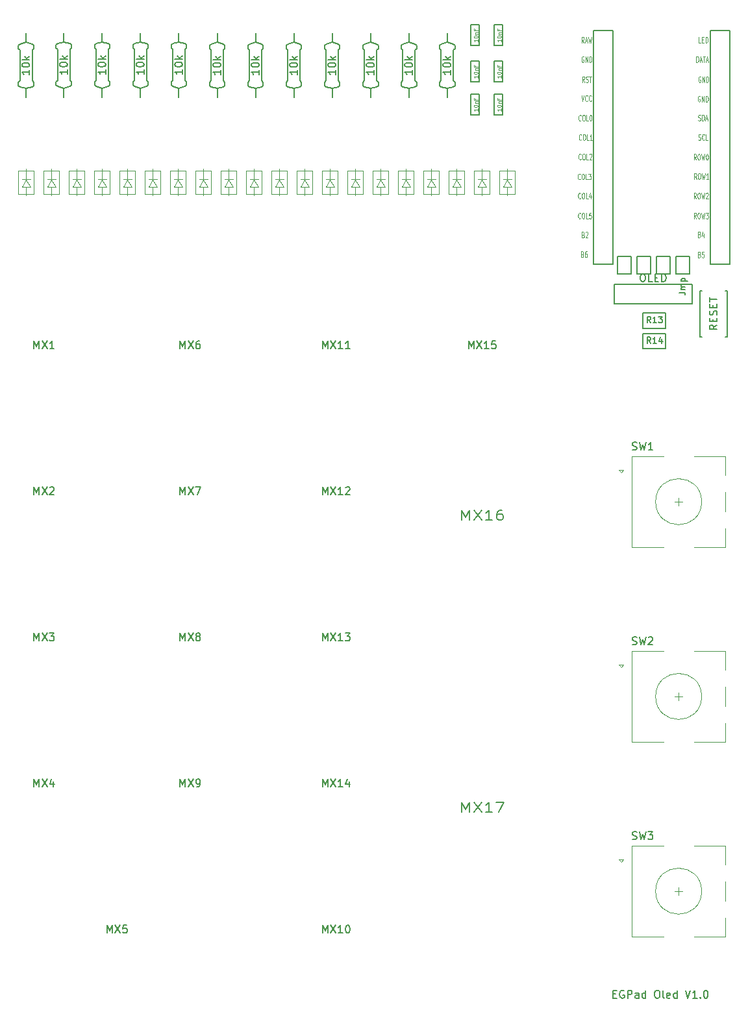
<source format=gto>
%TF.GenerationSoftware,KiCad,Pcbnew,(5.1.10)-1*%
%TF.CreationDate,2021-10-30T13:12:34+08:00*%
%TF.ProjectId,EGPad,45475061-642e-46b6-9963-61645f706362,rev?*%
%TF.SameCoordinates,Original*%
%TF.FileFunction,Legend,Top*%
%TF.FilePolarity,Positive*%
%FSLAX46Y46*%
G04 Gerber Fmt 4.6, Leading zero omitted, Abs format (unit mm)*
G04 Created by KiCad (PCBNEW (5.1.10)-1) date 2021-10-30 13:12:34*
%MOMM*%
%LPD*%
G01*
G04 APERTURE LIST*
%ADD10C,0.150000*%
%ADD11C,0.120000*%
%ADD12C,0.200000*%
%ADD13C,0.125000*%
%ADD14C,0.203200*%
G04 APERTURE END LIST*
D10*
X176618083Y-161631321D02*
X176951416Y-161631321D01*
X177094273Y-162155130D02*
X176618083Y-162155130D01*
X176618083Y-161155130D01*
X177094273Y-161155130D01*
X178046654Y-161202750D02*
X177951416Y-161155130D01*
X177808559Y-161155130D01*
X177665702Y-161202750D01*
X177570464Y-161297988D01*
X177522845Y-161393226D01*
X177475226Y-161583702D01*
X177475226Y-161726559D01*
X177522845Y-161917035D01*
X177570464Y-162012273D01*
X177665702Y-162107511D01*
X177808559Y-162155130D01*
X177903797Y-162155130D01*
X178046654Y-162107511D01*
X178094273Y-162059892D01*
X178094273Y-161726559D01*
X177903797Y-161726559D01*
X178522845Y-162155130D02*
X178522845Y-161155130D01*
X178903797Y-161155130D01*
X178999035Y-161202750D01*
X179046654Y-161250369D01*
X179094273Y-161345607D01*
X179094273Y-161488464D01*
X179046654Y-161583702D01*
X178999035Y-161631321D01*
X178903797Y-161678940D01*
X178522845Y-161678940D01*
X179951416Y-162155130D02*
X179951416Y-161631321D01*
X179903797Y-161536083D01*
X179808559Y-161488464D01*
X179618083Y-161488464D01*
X179522845Y-161536083D01*
X179951416Y-162107511D02*
X179856178Y-162155130D01*
X179618083Y-162155130D01*
X179522845Y-162107511D01*
X179475226Y-162012273D01*
X179475226Y-161917035D01*
X179522845Y-161821797D01*
X179618083Y-161774178D01*
X179856178Y-161774178D01*
X179951416Y-161726559D01*
X180856178Y-162155130D02*
X180856178Y-161155130D01*
X180856178Y-162107511D02*
X180760940Y-162155130D01*
X180570464Y-162155130D01*
X180475226Y-162107511D01*
X180427607Y-162059892D01*
X180379988Y-161964654D01*
X180379988Y-161678940D01*
X180427607Y-161583702D01*
X180475226Y-161536083D01*
X180570464Y-161488464D01*
X180760940Y-161488464D01*
X180856178Y-161536083D01*
X182284750Y-161155130D02*
X182475226Y-161155130D01*
X182570464Y-161202750D01*
X182665702Y-161297988D01*
X182713321Y-161488464D01*
X182713321Y-161821797D01*
X182665702Y-162012273D01*
X182570464Y-162107511D01*
X182475226Y-162155130D01*
X182284750Y-162155130D01*
X182189511Y-162107511D01*
X182094273Y-162012273D01*
X182046654Y-161821797D01*
X182046654Y-161488464D01*
X182094273Y-161297988D01*
X182189511Y-161202750D01*
X182284750Y-161155130D01*
X183284750Y-162155130D02*
X183189511Y-162107511D01*
X183141892Y-162012273D01*
X183141892Y-161155130D01*
X184046654Y-162107511D02*
X183951416Y-162155130D01*
X183760940Y-162155130D01*
X183665702Y-162107511D01*
X183618083Y-162012273D01*
X183618083Y-161631321D01*
X183665702Y-161536083D01*
X183760940Y-161488464D01*
X183951416Y-161488464D01*
X184046654Y-161536083D01*
X184094273Y-161631321D01*
X184094273Y-161726559D01*
X183618083Y-161821797D01*
X184951416Y-162155130D02*
X184951416Y-161155130D01*
X184951416Y-162107511D02*
X184856178Y-162155130D01*
X184665702Y-162155130D01*
X184570464Y-162107511D01*
X184522845Y-162059892D01*
X184475226Y-161964654D01*
X184475226Y-161678940D01*
X184522845Y-161583702D01*
X184570464Y-161536083D01*
X184665702Y-161488464D01*
X184856178Y-161488464D01*
X184951416Y-161536083D01*
X186046654Y-161155130D02*
X186379988Y-162155130D01*
X186713321Y-161155130D01*
X187570464Y-162155130D02*
X186999035Y-162155130D01*
X187284750Y-162155130D02*
X187284750Y-161155130D01*
X187189511Y-161297988D01*
X187094273Y-161393226D01*
X186999035Y-161440845D01*
X187999035Y-162059892D02*
X188046654Y-162107511D01*
X187999035Y-162155130D01*
X187951416Y-162107511D01*
X187999035Y-162059892D01*
X187999035Y-162155130D01*
X188665702Y-161155130D02*
X188760940Y-161155130D01*
X188856178Y-161202750D01*
X188903797Y-161250369D01*
X188951416Y-161345607D01*
X188999035Y-161536083D01*
X188999035Y-161774178D01*
X188951416Y-161964654D01*
X188903797Y-162059892D01*
X188856178Y-162107511D01*
X188760940Y-162155130D01*
X188665702Y-162155130D01*
X188570464Y-162107511D01*
X188522845Y-162059892D01*
X188475226Y-161964654D01*
X188427607Y-161774178D01*
X188427607Y-161536083D01*
X188475226Y-161345607D01*
X188522845Y-161250369D01*
X188570464Y-161202750D01*
X188665702Y-161155130D01*
%TO.C,U1*%
X174046400Y-35941000D02*
X176586400Y-35941000D01*
X176586400Y-35941000D02*
X176586400Y-66421000D01*
X176586400Y-66421000D02*
X174046400Y-66421000D01*
X174046400Y-66421000D02*
X174046400Y-35941000D01*
X189266400Y-35941000D02*
X191806400Y-35941000D01*
X191806400Y-35941000D02*
X191806400Y-66421000D01*
X191806400Y-66421000D02*
X189266400Y-66421000D01*
X189266400Y-66421000D02*
X189266400Y-35941000D01*
%TO.C,RSW1*%
X191488000Y-75898000D02*
X191488000Y-69898000D01*
X191488000Y-69898000D02*
X191238000Y-69898000D01*
X191488000Y-75898000D02*
X191238000Y-75898000D01*
X187988000Y-75898000D02*
X188238000Y-75898000D01*
X187988000Y-75898000D02*
X187988000Y-69898000D01*
X187988000Y-69898000D02*
X188238000Y-69898000D01*
%TO.C,R14*%
X180489860Y-75453240D02*
X180489860Y-77454760D01*
X180489860Y-77454760D02*
X183492140Y-77454760D01*
X183492140Y-77454760D02*
X183492140Y-75453240D01*
X183492140Y-75453240D02*
X180489860Y-75453240D01*
%TO.C,R13*%
X180489860Y-72786240D02*
X180489860Y-74787760D01*
X180489860Y-74787760D02*
X183492140Y-74787760D01*
X183492140Y-74787760D02*
X183492140Y-72786240D01*
X183492140Y-72786240D02*
X180489860Y-72786240D01*
%TO.C,JP4*%
X177165000Y-67691000D02*
X177165000Y-65405000D01*
X177165000Y-65405000D02*
X178943000Y-65405000D01*
X178943000Y-65405000D02*
X178943000Y-67691000D01*
X178943000Y-67691000D02*
X177165000Y-67691000D01*
%TO.C,JP3*%
X179705000Y-67698600D02*
X179705000Y-65412600D01*
X179705000Y-65412600D02*
X181483000Y-65412600D01*
X181483000Y-65412600D02*
X181483000Y-67698600D01*
X181483000Y-67698600D02*
X179705000Y-67698600D01*
%TO.C,JP2*%
X182245000Y-67691000D02*
X182245000Y-65405000D01*
X182245000Y-65405000D02*
X184023000Y-65405000D01*
X184023000Y-65405000D02*
X184023000Y-67691000D01*
X184023000Y-67691000D02*
X182245000Y-67691000D01*
%TO.C,JP1*%
X184785000Y-67691000D02*
X184785000Y-65405000D01*
X184785000Y-65405000D02*
X186563000Y-65405000D01*
X186563000Y-65405000D02*
X186563000Y-67691000D01*
X186563000Y-67691000D02*
X184785000Y-67691000D01*
%TO.C,J1*%
X176784000Y-71628000D02*
X186944000Y-71628000D01*
X176784000Y-69088000D02*
X186944000Y-69088000D01*
X186944000Y-69088000D02*
X186944000Y-71628000D01*
X176784000Y-71628000D02*
X176784000Y-69088000D01*
D11*
%TO.C,D20*%
X129264000Y-55303000D02*
X130344000Y-55303000D01*
X129264000Y-56353000D02*
X130344000Y-56353000D01*
X129794000Y-55413000D02*
X129264000Y-56323000D01*
X129804000Y-55403000D02*
X130344000Y-56353000D01*
X128794000Y-54273000D02*
X130794000Y-54273000D01*
X129804000Y-54013000D02*
X129804000Y-55293000D01*
X129804000Y-57473000D02*
X129804000Y-56353000D01*
X128794000Y-57263000D02*
X130784000Y-57263000D01*
X130794000Y-54273000D02*
X130784000Y-57263000D01*
X128794000Y-54283000D02*
X128794000Y-57253000D01*
%TO.C,D19*%
X162284000Y-55303000D02*
X163364000Y-55303000D01*
X162284000Y-56353000D02*
X163364000Y-56353000D01*
X162814000Y-55413000D02*
X162284000Y-56323000D01*
X162824000Y-55403000D02*
X163364000Y-56353000D01*
X161814000Y-54273000D02*
X163814000Y-54273000D01*
X162824000Y-54013000D02*
X162824000Y-55293000D01*
X162824000Y-57473000D02*
X162824000Y-56353000D01*
X161814000Y-57263000D02*
X163804000Y-57263000D01*
X163814000Y-54273000D02*
X163804000Y-57263000D01*
X161814000Y-54283000D02*
X161814000Y-57253000D01*
%TO.C,D18*%
X158982000Y-55303000D02*
X160062000Y-55303000D01*
X158982000Y-56353000D02*
X160062000Y-56353000D01*
X159512000Y-55413000D02*
X158982000Y-56323000D01*
X159522000Y-55403000D02*
X160062000Y-56353000D01*
X158512000Y-54273000D02*
X160512000Y-54273000D01*
X159522000Y-54013000D02*
X159522000Y-55293000D01*
X159522000Y-57473000D02*
X159522000Y-56353000D01*
X158512000Y-57263000D02*
X160502000Y-57263000D01*
X160512000Y-54273000D02*
X160502000Y-57263000D01*
X158512000Y-54283000D02*
X158512000Y-57253000D01*
%TO.C,D17*%
X149076000Y-55303000D02*
X150156000Y-55303000D01*
X149076000Y-56353000D02*
X150156000Y-56353000D01*
X149606000Y-55413000D02*
X149076000Y-56323000D01*
X149616000Y-55403000D02*
X150156000Y-56353000D01*
X148606000Y-54273000D02*
X150606000Y-54273000D01*
X149616000Y-54013000D02*
X149616000Y-55293000D01*
X149616000Y-57473000D02*
X149616000Y-56353000D01*
X148606000Y-57263000D02*
X150596000Y-57263000D01*
X150606000Y-54273000D02*
X150596000Y-57263000D01*
X148606000Y-54283000D02*
X148606000Y-57253000D01*
%TO.C,D16*%
X152378000Y-55303000D02*
X153458000Y-55303000D01*
X152378000Y-56353000D02*
X153458000Y-56353000D01*
X152908000Y-55413000D02*
X152378000Y-56323000D01*
X152918000Y-55403000D02*
X153458000Y-56353000D01*
X151908000Y-54273000D02*
X153908000Y-54273000D01*
X152918000Y-54013000D02*
X152918000Y-55293000D01*
X152918000Y-57473000D02*
X152918000Y-56353000D01*
X151908000Y-57263000D02*
X153898000Y-57263000D01*
X153908000Y-54273000D02*
X153898000Y-57263000D01*
X151908000Y-54283000D02*
X151908000Y-57253000D01*
%TO.C,D15*%
X155680000Y-55303000D02*
X156760000Y-55303000D01*
X155680000Y-56353000D02*
X156760000Y-56353000D01*
X156210000Y-55413000D02*
X155680000Y-56323000D01*
X156220000Y-55403000D02*
X156760000Y-56353000D01*
X155210000Y-54273000D02*
X157210000Y-54273000D01*
X156220000Y-54013000D02*
X156220000Y-55293000D01*
X156220000Y-57473000D02*
X156220000Y-56353000D01*
X155210000Y-57263000D02*
X157200000Y-57263000D01*
X157210000Y-54273000D02*
X157200000Y-57263000D01*
X155210000Y-54283000D02*
X155210000Y-57253000D01*
%TO.C,D14*%
X142002000Y-54283000D02*
X142002000Y-57253000D01*
X144002000Y-54273000D02*
X143992000Y-57263000D01*
X142002000Y-57263000D02*
X143992000Y-57263000D01*
X143012000Y-57473000D02*
X143012000Y-56353000D01*
X143012000Y-54013000D02*
X143012000Y-55293000D01*
X142002000Y-54273000D02*
X144002000Y-54273000D01*
X143012000Y-55403000D02*
X143552000Y-56353000D01*
X143002000Y-55413000D02*
X142472000Y-56323000D01*
X142472000Y-56353000D02*
X143552000Y-56353000D01*
X142472000Y-55303000D02*
X143552000Y-55303000D01*
%TO.C,D13*%
X139170000Y-55303000D02*
X140250000Y-55303000D01*
X139170000Y-56353000D02*
X140250000Y-56353000D01*
X139700000Y-55413000D02*
X139170000Y-56323000D01*
X139710000Y-55403000D02*
X140250000Y-56353000D01*
X138700000Y-54273000D02*
X140700000Y-54273000D01*
X139710000Y-54013000D02*
X139710000Y-55293000D01*
X139710000Y-57473000D02*
X139710000Y-56353000D01*
X138700000Y-57263000D02*
X140690000Y-57263000D01*
X140700000Y-54273000D02*
X140690000Y-57263000D01*
X138700000Y-54283000D02*
X138700000Y-57253000D01*
%TO.C,D12*%
X135868000Y-55303000D02*
X136948000Y-55303000D01*
X135868000Y-56353000D02*
X136948000Y-56353000D01*
X136398000Y-55413000D02*
X135868000Y-56323000D01*
X136408000Y-55403000D02*
X136948000Y-56353000D01*
X135398000Y-54273000D02*
X137398000Y-54273000D01*
X136408000Y-54013000D02*
X136408000Y-55293000D01*
X136408000Y-57473000D02*
X136408000Y-56353000D01*
X135398000Y-57263000D02*
X137388000Y-57263000D01*
X137398000Y-54273000D02*
X137388000Y-57263000D01*
X135398000Y-54283000D02*
X135398000Y-57253000D01*
%TO.C,D11*%
X132566000Y-55303000D02*
X133646000Y-55303000D01*
X132566000Y-56353000D02*
X133646000Y-56353000D01*
X133096000Y-55413000D02*
X132566000Y-56323000D01*
X133106000Y-55403000D02*
X133646000Y-56353000D01*
X132096000Y-54273000D02*
X134096000Y-54273000D01*
X133106000Y-54013000D02*
X133106000Y-55293000D01*
X133106000Y-57473000D02*
X133106000Y-56353000D01*
X132096000Y-57263000D02*
X134086000Y-57263000D01*
X134096000Y-54273000D02*
X134086000Y-57263000D01*
X132096000Y-54283000D02*
X132096000Y-57253000D01*
%TO.C,D10*%
X145774000Y-55303000D02*
X146854000Y-55303000D01*
X145774000Y-56353000D02*
X146854000Y-56353000D01*
X146304000Y-55413000D02*
X145774000Y-56323000D01*
X146314000Y-55403000D02*
X146854000Y-56353000D01*
X145304000Y-54273000D02*
X147304000Y-54273000D01*
X146314000Y-54013000D02*
X146314000Y-55293000D01*
X146314000Y-57473000D02*
X146314000Y-56353000D01*
X145304000Y-57263000D02*
X147294000Y-57263000D01*
X147304000Y-54273000D02*
X147294000Y-57263000D01*
X145304000Y-54283000D02*
X145304000Y-57253000D01*
%TO.C,D9*%
X116056000Y-55303000D02*
X117136000Y-55303000D01*
X116056000Y-56353000D02*
X117136000Y-56353000D01*
X116586000Y-55413000D02*
X116056000Y-56323000D01*
X116596000Y-55403000D02*
X117136000Y-56353000D01*
X115586000Y-54273000D02*
X117586000Y-54273000D01*
X116596000Y-54013000D02*
X116596000Y-55293000D01*
X116596000Y-57473000D02*
X116596000Y-56353000D01*
X115586000Y-57263000D02*
X117576000Y-57263000D01*
X117586000Y-54273000D02*
X117576000Y-57263000D01*
X115586000Y-54283000D02*
X115586000Y-57253000D01*
%TO.C,D8*%
X119358000Y-55303000D02*
X120438000Y-55303000D01*
X119358000Y-56353000D02*
X120438000Y-56353000D01*
X119888000Y-55413000D02*
X119358000Y-56323000D01*
X119898000Y-55403000D02*
X120438000Y-56353000D01*
X118888000Y-54273000D02*
X120888000Y-54273000D01*
X119898000Y-54013000D02*
X119898000Y-55293000D01*
X119898000Y-57473000D02*
X119898000Y-56353000D01*
X118888000Y-57263000D02*
X120878000Y-57263000D01*
X120888000Y-54273000D02*
X120878000Y-57263000D01*
X118888000Y-54283000D02*
X118888000Y-57253000D01*
%TO.C,D7*%
X122660000Y-55303000D02*
X123740000Y-55303000D01*
X122660000Y-56353000D02*
X123740000Y-56353000D01*
X123190000Y-55413000D02*
X122660000Y-56323000D01*
X123200000Y-55403000D02*
X123740000Y-56353000D01*
X122190000Y-54273000D02*
X124190000Y-54273000D01*
X123200000Y-54013000D02*
X123200000Y-55293000D01*
X123200000Y-57473000D02*
X123200000Y-56353000D01*
X122190000Y-57263000D02*
X124180000Y-57263000D01*
X124190000Y-54273000D02*
X124180000Y-57263000D01*
X122190000Y-54283000D02*
X122190000Y-57253000D01*
%TO.C,D6*%
X125962000Y-55303000D02*
X127042000Y-55303000D01*
X125962000Y-56353000D02*
X127042000Y-56353000D01*
X126492000Y-55413000D02*
X125962000Y-56323000D01*
X126502000Y-55403000D02*
X127042000Y-56353000D01*
X125492000Y-54273000D02*
X127492000Y-54273000D01*
X126502000Y-54013000D02*
X126502000Y-55293000D01*
X126502000Y-57473000D02*
X126502000Y-56353000D01*
X125492000Y-57263000D02*
X127482000Y-57263000D01*
X127492000Y-54273000D02*
X127482000Y-57263000D01*
X125492000Y-54283000D02*
X125492000Y-57253000D01*
%TO.C,D5*%
X112754000Y-55303000D02*
X113834000Y-55303000D01*
X112754000Y-56353000D02*
X113834000Y-56353000D01*
X113284000Y-55413000D02*
X112754000Y-56323000D01*
X113294000Y-55403000D02*
X113834000Y-56353000D01*
X112284000Y-54273000D02*
X114284000Y-54273000D01*
X113294000Y-54013000D02*
X113294000Y-55293000D01*
X113294000Y-57473000D02*
X113294000Y-56353000D01*
X112284000Y-57263000D02*
X114274000Y-57263000D01*
X114284000Y-54273000D02*
X114274000Y-57263000D01*
X112284000Y-54283000D02*
X112284000Y-57253000D01*
%TO.C,D4*%
X109452000Y-55303000D02*
X110532000Y-55303000D01*
X109452000Y-56353000D02*
X110532000Y-56353000D01*
X109982000Y-55413000D02*
X109452000Y-56323000D01*
X109992000Y-55403000D02*
X110532000Y-56353000D01*
X108982000Y-54273000D02*
X110982000Y-54273000D01*
X109992000Y-54013000D02*
X109992000Y-55293000D01*
X109992000Y-57473000D02*
X109992000Y-56353000D01*
X108982000Y-57263000D02*
X110972000Y-57263000D01*
X110982000Y-54273000D02*
X110972000Y-57263000D01*
X108982000Y-54283000D02*
X108982000Y-57253000D01*
%TO.C,D3*%
X106150000Y-55303000D02*
X107230000Y-55303000D01*
X106150000Y-56353000D02*
X107230000Y-56353000D01*
X106680000Y-55413000D02*
X106150000Y-56323000D01*
X106690000Y-55403000D02*
X107230000Y-56353000D01*
X105680000Y-54273000D02*
X107680000Y-54273000D01*
X106690000Y-54013000D02*
X106690000Y-55293000D01*
X106690000Y-57473000D02*
X106690000Y-56353000D01*
X105680000Y-57263000D02*
X107670000Y-57263000D01*
X107680000Y-54273000D02*
X107670000Y-57263000D01*
X105680000Y-54283000D02*
X105680000Y-57253000D01*
%TO.C,D2*%
X102848000Y-55303000D02*
X103928000Y-55303000D01*
X102848000Y-56353000D02*
X103928000Y-56353000D01*
X103378000Y-55413000D02*
X102848000Y-56323000D01*
X103388000Y-55403000D02*
X103928000Y-56353000D01*
X102378000Y-54273000D02*
X104378000Y-54273000D01*
X103388000Y-54013000D02*
X103388000Y-55293000D01*
X103388000Y-57473000D02*
X103388000Y-56353000D01*
X102378000Y-57263000D02*
X104368000Y-57263000D01*
X104378000Y-54273000D02*
X104368000Y-57263000D01*
X102378000Y-54283000D02*
X102378000Y-57253000D01*
%TO.C,D1*%
X99546000Y-55303000D02*
X100626000Y-55303000D01*
X99546000Y-56353000D02*
X100626000Y-56353000D01*
X100076000Y-55413000D02*
X99546000Y-56323000D01*
X100086000Y-55403000D02*
X100626000Y-56353000D01*
X99076000Y-54273000D02*
X101076000Y-54273000D01*
X100086000Y-54013000D02*
X100086000Y-55293000D01*
X100086000Y-57473000D02*
X100086000Y-56353000D01*
X99076000Y-57263000D02*
X101066000Y-57263000D01*
X101076000Y-54273000D02*
X101066000Y-57263000D01*
X99076000Y-54283000D02*
X99076000Y-57253000D01*
%TO.C,SW3*%
X188166000Y-148209000D02*
G75*
G03*
X188166000Y-148209000I-3000000J0D01*
G01*
X187166000Y-142309000D02*
X191266000Y-142309000D01*
X191266000Y-154109000D02*
X187166000Y-154109000D01*
X183166000Y-154109000D02*
X179066000Y-154109000D01*
X183166000Y-142309000D02*
X179066000Y-142309000D01*
X179066000Y-142309000D02*
X179066000Y-154109000D01*
X177666000Y-144409000D02*
X177366000Y-144109000D01*
X177366000Y-144109000D02*
X177966000Y-144109000D01*
X177966000Y-144109000D02*
X177666000Y-144409000D01*
X191266000Y-142309000D02*
X191266000Y-144709000D01*
X191266000Y-146909000D02*
X191266000Y-149509000D01*
X191266000Y-151709000D02*
X191266000Y-154109000D01*
X185166000Y-147709000D02*
X185166000Y-148709000D01*
X184666000Y-148209000D02*
X185666000Y-148209000D01*
%TO.C,SW2*%
X188166000Y-122809000D02*
G75*
G03*
X188166000Y-122809000I-3000000J0D01*
G01*
X187166000Y-116909000D02*
X191266000Y-116909000D01*
X191266000Y-128709000D02*
X187166000Y-128709000D01*
X183166000Y-128709000D02*
X179066000Y-128709000D01*
X183166000Y-116909000D02*
X179066000Y-116909000D01*
X179066000Y-116909000D02*
X179066000Y-128709000D01*
X177666000Y-119009000D02*
X177366000Y-118709000D01*
X177366000Y-118709000D02*
X177966000Y-118709000D01*
X177966000Y-118709000D02*
X177666000Y-119009000D01*
X191266000Y-116909000D02*
X191266000Y-119309000D01*
X191266000Y-121509000D02*
X191266000Y-124109000D01*
X191266000Y-126309000D02*
X191266000Y-128709000D01*
X185166000Y-122309000D02*
X185166000Y-123309000D01*
X184666000Y-122809000D02*
X185666000Y-122809000D01*
%TO.C,SW1*%
X188166000Y-97409000D02*
G75*
G03*
X188166000Y-97409000I-3000000J0D01*
G01*
X187166000Y-91509000D02*
X191266000Y-91509000D01*
X191266000Y-103309000D02*
X187166000Y-103309000D01*
X183166000Y-103309000D02*
X179066000Y-103309000D01*
X183166000Y-91509000D02*
X179066000Y-91509000D01*
X179066000Y-91509000D02*
X179066000Y-103309000D01*
X177666000Y-93609000D02*
X177366000Y-93309000D01*
X177366000Y-93309000D02*
X177966000Y-93309000D01*
X177966000Y-93309000D02*
X177666000Y-93609000D01*
X191266000Y-91509000D02*
X191266000Y-93909000D01*
X191266000Y-96109000D02*
X191266000Y-98709000D01*
X191266000Y-100909000D02*
X191266000Y-103309000D01*
X185166000Y-96909000D02*
X185166000Y-97909000D01*
X184666000Y-97409000D02*
X185666000Y-97409000D01*
D10*
%TO.C,R12*%
X105000000Y-43449500D02*
X105000000Y-44649500D01*
X105000000Y-36249500D02*
X105000000Y-37449500D01*
X106000000Y-38249500D02*
X105800000Y-38449500D01*
X106000000Y-37849500D02*
X106000000Y-38249500D01*
X105800000Y-37649500D02*
X106000000Y-37849500D01*
X105000000Y-37449500D02*
X105800000Y-37649500D01*
X104200000Y-37649500D02*
X105000000Y-37449500D01*
X104000000Y-37849500D02*
X104200000Y-37649500D01*
X104000000Y-38249500D02*
X104000000Y-37849500D01*
X104200000Y-38449500D02*
X104000000Y-38249500D01*
X104200000Y-42449500D02*
X104200000Y-38449500D01*
X104000000Y-42649500D02*
X104200000Y-42449500D01*
X104000000Y-43049500D02*
X104000000Y-42649500D01*
X104200000Y-43249500D02*
X104000000Y-43049500D01*
X105000000Y-43449500D02*
X104200000Y-43249500D01*
X105800000Y-43249500D02*
X105000000Y-43449500D01*
X106000000Y-43049500D02*
X105800000Y-43249500D01*
X106000000Y-42649500D02*
X106000000Y-43049500D01*
X105800000Y-42449500D02*
X106000000Y-42649500D01*
X105800000Y-38449500D02*
X105800000Y-42449500D01*
%TO.C,R11*%
X110000000Y-43449500D02*
X110000000Y-44649500D01*
X110000000Y-36249500D02*
X110000000Y-37449500D01*
X111000000Y-38249500D02*
X110800000Y-38449500D01*
X111000000Y-37849500D02*
X111000000Y-38249500D01*
X110800000Y-37649500D02*
X111000000Y-37849500D01*
X110000000Y-37449500D02*
X110800000Y-37649500D01*
X109200000Y-37649500D02*
X110000000Y-37449500D01*
X109000000Y-37849500D02*
X109200000Y-37649500D01*
X109000000Y-38249500D02*
X109000000Y-37849500D01*
X109200000Y-38449500D02*
X109000000Y-38249500D01*
X109200000Y-42449500D02*
X109200000Y-38449500D01*
X109000000Y-42649500D02*
X109200000Y-42449500D01*
X109000000Y-43049500D02*
X109000000Y-42649500D01*
X109200000Y-43249500D02*
X109000000Y-43049500D01*
X110000000Y-43449500D02*
X109200000Y-43249500D01*
X110800000Y-43249500D02*
X110000000Y-43449500D01*
X111000000Y-43049500D02*
X110800000Y-43249500D01*
X111000000Y-42649500D02*
X111000000Y-43049500D01*
X110800000Y-42449500D02*
X111000000Y-42649500D01*
X110800000Y-38449500D02*
X110800000Y-42449500D01*
%TO.C,R10*%
X115000000Y-43449500D02*
X115000000Y-44649500D01*
X115000000Y-36249500D02*
X115000000Y-37449500D01*
X116000000Y-38249500D02*
X115800000Y-38449500D01*
X116000000Y-37849500D02*
X116000000Y-38249500D01*
X115800000Y-37649500D02*
X116000000Y-37849500D01*
X115000000Y-37449500D02*
X115800000Y-37649500D01*
X114200000Y-37649500D02*
X115000000Y-37449500D01*
X114000000Y-37849500D02*
X114200000Y-37649500D01*
X114000000Y-38249500D02*
X114000000Y-37849500D01*
X114200000Y-38449500D02*
X114000000Y-38249500D01*
X114200000Y-42449500D02*
X114200000Y-38449500D01*
X114000000Y-42649500D02*
X114200000Y-42449500D01*
X114000000Y-43049500D02*
X114000000Y-42649500D01*
X114200000Y-43249500D02*
X114000000Y-43049500D01*
X115000000Y-43449500D02*
X114200000Y-43249500D01*
X115800000Y-43249500D02*
X115000000Y-43449500D01*
X116000000Y-43049500D02*
X115800000Y-43249500D01*
X116000000Y-42649500D02*
X116000000Y-43049500D01*
X115800000Y-42449500D02*
X116000000Y-42649500D01*
X115800000Y-38449500D02*
X115800000Y-42449500D01*
%TO.C,R9*%
X120000000Y-43449500D02*
X120000000Y-44649500D01*
X120000000Y-36249500D02*
X120000000Y-37449500D01*
X121000000Y-38249500D02*
X120800000Y-38449500D01*
X121000000Y-37849500D02*
X121000000Y-38249500D01*
X120800000Y-37649500D02*
X121000000Y-37849500D01*
X120000000Y-37449500D02*
X120800000Y-37649500D01*
X119200000Y-37649500D02*
X120000000Y-37449500D01*
X119000000Y-37849500D02*
X119200000Y-37649500D01*
X119000000Y-38249500D02*
X119000000Y-37849500D01*
X119200000Y-38449500D02*
X119000000Y-38249500D01*
X119200000Y-42449500D02*
X119200000Y-38449500D01*
X119000000Y-42649500D02*
X119200000Y-42449500D01*
X119000000Y-43049500D02*
X119000000Y-42649500D01*
X119200000Y-43249500D02*
X119000000Y-43049500D01*
X120000000Y-43449500D02*
X119200000Y-43249500D01*
X120800000Y-43249500D02*
X120000000Y-43449500D01*
X121000000Y-43049500D02*
X120800000Y-43249500D01*
X121000000Y-42649500D02*
X121000000Y-43049500D01*
X120800000Y-42449500D02*
X121000000Y-42649500D01*
X120800000Y-38449500D02*
X120800000Y-42449500D01*
%TO.C,R8*%
X125000000Y-43513000D02*
X125000000Y-44713000D01*
X125000000Y-36313000D02*
X125000000Y-37513000D01*
X126000000Y-38313000D02*
X125800000Y-38513000D01*
X126000000Y-37913000D02*
X126000000Y-38313000D01*
X125800000Y-37713000D02*
X126000000Y-37913000D01*
X125000000Y-37513000D02*
X125800000Y-37713000D01*
X124200000Y-37713000D02*
X125000000Y-37513000D01*
X124000000Y-37913000D02*
X124200000Y-37713000D01*
X124000000Y-38313000D02*
X124000000Y-37913000D01*
X124200000Y-38513000D02*
X124000000Y-38313000D01*
X124200000Y-42513000D02*
X124200000Y-38513000D01*
X124000000Y-42713000D02*
X124200000Y-42513000D01*
X124000000Y-43113000D02*
X124000000Y-42713000D01*
X124200000Y-43313000D02*
X124000000Y-43113000D01*
X125000000Y-43513000D02*
X124200000Y-43313000D01*
X125800000Y-43313000D02*
X125000000Y-43513000D01*
X126000000Y-43113000D02*
X125800000Y-43313000D01*
X126000000Y-42713000D02*
X126000000Y-43113000D01*
X125800000Y-42513000D02*
X126000000Y-42713000D01*
X125800000Y-38513000D02*
X125800000Y-42513000D01*
%TO.C,R7*%
X130000000Y-43513000D02*
X130000000Y-44713000D01*
X130000000Y-36313000D02*
X130000000Y-37513000D01*
X131000000Y-38313000D02*
X130800000Y-38513000D01*
X131000000Y-37913000D02*
X131000000Y-38313000D01*
X130800000Y-37713000D02*
X131000000Y-37913000D01*
X130000000Y-37513000D02*
X130800000Y-37713000D01*
X129200000Y-37713000D02*
X130000000Y-37513000D01*
X129000000Y-37913000D02*
X129200000Y-37713000D01*
X129000000Y-38313000D02*
X129000000Y-37913000D01*
X129200000Y-38513000D02*
X129000000Y-38313000D01*
X129200000Y-42513000D02*
X129200000Y-38513000D01*
X129000000Y-42713000D02*
X129200000Y-42513000D01*
X129000000Y-43113000D02*
X129000000Y-42713000D01*
X129200000Y-43313000D02*
X129000000Y-43113000D01*
X130000000Y-43513000D02*
X129200000Y-43313000D01*
X130800000Y-43313000D02*
X130000000Y-43513000D01*
X131000000Y-43113000D02*
X130800000Y-43313000D01*
X131000000Y-42713000D02*
X131000000Y-43113000D01*
X130800000Y-42513000D02*
X131000000Y-42713000D01*
X130800000Y-38513000D02*
X130800000Y-42513000D01*
%TO.C,R6*%
X135000000Y-43513000D02*
X135000000Y-44713000D01*
X135000000Y-36313000D02*
X135000000Y-37513000D01*
X136000000Y-38313000D02*
X135800000Y-38513000D01*
X136000000Y-37913000D02*
X136000000Y-38313000D01*
X135800000Y-37713000D02*
X136000000Y-37913000D01*
X135000000Y-37513000D02*
X135800000Y-37713000D01*
X134200000Y-37713000D02*
X135000000Y-37513000D01*
X134000000Y-37913000D02*
X134200000Y-37713000D01*
X134000000Y-38313000D02*
X134000000Y-37913000D01*
X134200000Y-38513000D02*
X134000000Y-38313000D01*
X134200000Y-42513000D02*
X134200000Y-38513000D01*
X134000000Y-42713000D02*
X134200000Y-42513000D01*
X134000000Y-43113000D02*
X134000000Y-42713000D01*
X134200000Y-43313000D02*
X134000000Y-43113000D01*
X135000000Y-43513000D02*
X134200000Y-43313000D01*
X135800000Y-43313000D02*
X135000000Y-43513000D01*
X136000000Y-43113000D02*
X135800000Y-43313000D01*
X136000000Y-42713000D02*
X136000000Y-43113000D01*
X135800000Y-42513000D02*
X136000000Y-42713000D01*
X135800000Y-38513000D02*
X135800000Y-42513000D01*
%TO.C,R5*%
X140000000Y-43513000D02*
X140000000Y-44713000D01*
X140000000Y-36313000D02*
X140000000Y-37513000D01*
X141000000Y-38313000D02*
X140800000Y-38513000D01*
X141000000Y-37913000D02*
X141000000Y-38313000D01*
X140800000Y-37713000D02*
X141000000Y-37913000D01*
X140000000Y-37513000D02*
X140800000Y-37713000D01*
X139200000Y-37713000D02*
X140000000Y-37513000D01*
X139000000Y-37913000D02*
X139200000Y-37713000D01*
X139000000Y-38313000D02*
X139000000Y-37913000D01*
X139200000Y-38513000D02*
X139000000Y-38313000D01*
X139200000Y-42513000D02*
X139200000Y-38513000D01*
X139000000Y-42713000D02*
X139200000Y-42513000D01*
X139000000Y-43113000D02*
X139000000Y-42713000D01*
X139200000Y-43313000D02*
X139000000Y-43113000D01*
X140000000Y-43513000D02*
X139200000Y-43313000D01*
X140800000Y-43313000D02*
X140000000Y-43513000D01*
X141000000Y-43113000D02*
X140800000Y-43313000D01*
X141000000Y-42713000D02*
X141000000Y-43113000D01*
X140800000Y-42513000D02*
X141000000Y-42713000D01*
X140800000Y-38513000D02*
X140800000Y-42513000D01*
%TO.C,R4*%
X145000000Y-43513000D02*
X145000000Y-44713000D01*
X145000000Y-36313000D02*
X145000000Y-37513000D01*
X146000000Y-38313000D02*
X145800000Y-38513000D01*
X146000000Y-37913000D02*
X146000000Y-38313000D01*
X145800000Y-37713000D02*
X146000000Y-37913000D01*
X145000000Y-37513000D02*
X145800000Y-37713000D01*
X144200000Y-37713000D02*
X145000000Y-37513000D01*
X144000000Y-37913000D02*
X144200000Y-37713000D01*
X144000000Y-38313000D02*
X144000000Y-37913000D01*
X144200000Y-38513000D02*
X144000000Y-38313000D01*
X144200000Y-42513000D02*
X144200000Y-38513000D01*
X144000000Y-42713000D02*
X144200000Y-42513000D01*
X144000000Y-43113000D02*
X144000000Y-42713000D01*
X144200000Y-43313000D02*
X144000000Y-43113000D01*
X145000000Y-43513000D02*
X144200000Y-43313000D01*
X145800000Y-43313000D02*
X145000000Y-43513000D01*
X146000000Y-43113000D02*
X145800000Y-43313000D01*
X146000000Y-42713000D02*
X146000000Y-43113000D01*
X145800000Y-42513000D02*
X146000000Y-42713000D01*
X145800000Y-38513000D02*
X145800000Y-42513000D01*
%TO.C,R3*%
X150000000Y-43513000D02*
X150000000Y-44713000D01*
X150000000Y-36313000D02*
X150000000Y-37513000D01*
X151000000Y-38313000D02*
X150800000Y-38513000D01*
X151000000Y-37913000D02*
X151000000Y-38313000D01*
X150800000Y-37713000D02*
X151000000Y-37913000D01*
X150000000Y-37513000D02*
X150800000Y-37713000D01*
X149200000Y-37713000D02*
X150000000Y-37513000D01*
X149000000Y-37913000D02*
X149200000Y-37713000D01*
X149000000Y-38313000D02*
X149000000Y-37913000D01*
X149200000Y-38513000D02*
X149000000Y-38313000D01*
X149200000Y-42513000D02*
X149200000Y-38513000D01*
X149000000Y-42713000D02*
X149200000Y-42513000D01*
X149000000Y-43113000D02*
X149000000Y-42713000D01*
X149200000Y-43313000D02*
X149000000Y-43113000D01*
X150000000Y-43513000D02*
X149200000Y-43313000D01*
X150800000Y-43313000D02*
X150000000Y-43513000D01*
X151000000Y-43113000D02*
X150800000Y-43313000D01*
X151000000Y-42713000D02*
X151000000Y-43113000D01*
X150800000Y-42513000D02*
X151000000Y-42713000D01*
X150800000Y-38513000D02*
X150800000Y-42513000D01*
%TO.C,R2*%
X155000000Y-43513000D02*
X155000000Y-44713000D01*
X155000000Y-36313000D02*
X155000000Y-37513000D01*
X156000000Y-38313000D02*
X155800000Y-38513000D01*
X156000000Y-37913000D02*
X156000000Y-38313000D01*
X155800000Y-37713000D02*
X156000000Y-37913000D01*
X155000000Y-37513000D02*
X155800000Y-37713000D01*
X154200000Y-37713000D02*
X155000000Y-37513000D01*
X154000000Y-37913000D02*
X154200000Y-37713000D01*
X154000000Y-38313000D02*
X154000000Y-37913000D01*
X154200000Y-38513000D02*
X154000000Y-38313000D01*
X154200000Y-42513000D02*
X154200000Y-38513000D01*
X154000000Y-42713000D02*
X154200000Y-42513000D01*
X154000000Y-43113000D02*
X154000000Y-42713000D01*
X154200000Y-43313000D02*
X154000000Y-43113000D01*
X155000000Y-43513000D02*
X154200000Y-43313000D01*
X155800000Y-43313000D02*
X155000000Y-43513000D01*
X156000000Y-43113000D02*
X155800000Y-43313000D01*
X156000000Y-42713000D02*
X156000000Y-43113000D01*
X155800000Y-42513000D02*
X156000000Y-42713000D01*
X155800000Y-38513000D02*
X155800000Y-42513000D01*
%TO.C,R1*%
X100076000Y-43513000D02*
X100076000Y-44713000D01*
X100076000Y-36313000D02*
X100076000Y-37513000D01*
X101076000Y-38313000D02*
X100876000Y-38513000D01*
X101076000Y-37913000D02*
X101076000Y-38313000D01*
X100876000Y-37713000D02*
X101076000Y-37913000D01*
X100076000Y-37513000D02*
X100876000Y-37713000D01*
X99276000Y-37713000D02*
X100076000Y-37513000D01*
X99076000Y-37913000D02*
X99276000Y-37713000D01*
X99076000Y-38313000D02*
X99076000Y-37913000D01*
X99276000Y-38513000D02*
X99076000Y-38313000D01*
X99276000Y-42513000D02*
X99276000Y-38513000D01*
X99076000Y-42713000D02*
X99276000Y-42513000D01*
X99076000Y-43113000D02*
X99076000Y-42713000D01*
X99276000Y-43313000D02*
X99076000Y-43113000D01*
X100076000Y-43513000D02*
X99276000Y-43313000D01*
X100876000Y-43313000D02*
X100076000Y-43513000D01*
X101076000Y-43113000D02*
X100876000Y-43313000D01*
X101076000Y-42713000D02*
X101076000Y-43113000D01*
X100876000Y-42513000D02*
X101076000Y-42713000D01*
X100876000Y-38513000D02*
X100876000Y-42513000D01*
D12*
%TO.C,C6*%
X158073000Y-35226000D02*
X159173000Y-35226000D01*
X158073000Y-37926000D02*
X158073000Y-35226000D01*
X159173000Y-37926000D02*
X158073000Y-37926000D01*
X159173000Y-35226000D02*
X159173000Y-37926000D01*
%TO.C,C5*%
X161121000Y-35226000D02*
X162221000Y-35226000D01*
X161121000Y-37926000D02*
X161121000Y-35226000D01*
X162221000Y-37926000D02*
X161121000Y-37926000D01*
X162221000Y-35226000D02*
X162221000Y-37926000D01*
%TO.C,C4*%
X158073000Y-39925000D02*
X159173000Y-39925000D01*
X158073000Y-42625000D02*
X158073000Y-39925000D01*
X159173000Y-42625000D02*
X158073000Y-42625000D01*
X159173000Y-39925000D02*
X159173000Y-42625000D01*
%TO.C,C3*%
X161121000Y-39925000D02*
X162221000Y-39925000D01*
X161121000Y-42625000D02*
X161121000Y-39925000D01*
X162221000Y-42625000D02*
X161121000Y-42625000D01*
X162221000Y-39925000D02*
X162221000Y-42625000D01*
%TO.C,C2*%
X158073000Y-44243000D02*
X159173000Y-44243000D01*
X158073000Y-46943000D02*
X158073000Y-44243000D01*
X159173000Y-46943000D02*
X158073000Y-46943000D01*
X159173000Y-44243000D02*
X159173000Y-46943000D01*
%TO.C,C1*%
X161121000Y-44243000D02*
X162221000Y-44243000D01*
X161121000Y-46943000D02*
X161121000Y-44243000D01*
X162221000Y-46943000D02*
X161121000Y-46943000D01*
X162221000Y-44243000D02*
X162221000Y-46943000D01*
%TO.C,U1*%
D10*
D13*
X172819261Y-37550285D02*
X172652595Y-37193142D01*
X172533547Y-37550285D02*
X172533547Y-36800285D01*
X172724023Y-36800285D01*
X172771642Y-36836000D01*
X172795452Y-36871714D01*
X172819261Y-36943142D01*
X172819261Y-37050285D01*
X172795452Y-37121714D01*
X172771642Y-37157428D01*
X172724023Y-37193142D01*
X172533547Y-37193142D01*
X173009738Y-37336000D02*
X173247833Y-37336000D01*
X172962119Y-37550285D02*
X173128785Y-36800285D01*
X173295452Y-37550285D01*
X173414500Y-36800285D02*
X173533547Y-37550285D01*
X173628785Y-37014571D01*
X173724023Y-37550285D01*
X173843071Y-36800285D01*
X188058571Y-37550285D02*
X187820476Y-37550285D01*
X187820476Y-36800285D01*
X188225238Y-37157428D02*
X188391904Y-37157428D01*
X188463333Y-37550285D02*
X188225238Y-37550285D01*
X188225238Y-36800285D01*
X188463333Y-36800285D01*
X188677619Y-37550285D02*
X188677619Y-36800285D01*
X188796666Y-36800285D01*
X188868095Y-36836000D01*
X188915714Y-36907428D01*
X188939523Y-36978857D01*
X188963333Y-37121714D01*
X188963333Y-37228857D01*
X188939523Y-37371714D01*
X188915714Y-37443142D01*
X188868095Y-37514571D01*
X188796666Y-37550285D01*
X188677619Y-37550285D01*
X172783547Y-39376000D02*
X172735928Y-39340285D01*
X172664500Y-39340285D01*
X172593071Y-39376000D01*
X172545452Y-39447428D01*
X172521642Y-39518857D01*
X172497833Y-39661714D01*
X172497833Y-39768857D01*
X172521642Y-39911714D01*
X172545452Y-39983142D01*
X172593071Y-40054571D01*
X172664500Y-40090285D01*
X172712119Y-40090285D01*
X172783547Y-40054571D01*
X172807357Y-40018857D01*
X172807357Y-39768857D01*
X172712119Y-39768857D01*
X173021642Y-40090285D02*
X173021642Y-39340285D01*
X173307357Y-40090285D01*
X173307357Y-39340285D01*
X173545452Y-40090285D02*
X173545452Y-39340285D01*
X173664500Y-39340285D01*
X173735928Y-39376000D01*
X173783547Y-39447428D01*
X173807357Y-39518857D01*
X173831166Y-39661714D01*
X173831166Y-39768857D01*
X173807357Y-39911714D01*
X173783547Y-39983142D01*
X173735928Y-40054571D01*
X173664500Y-40090285D01*
X173545452Y-40090285D01*
X187480000Y-40078285D02*
X187480000Y-39328285D01*
X187599047Y-39328285D01*
X187670476Y-39364000D01*
X187718095Y-39435428D01*
X187741904Y-39506857D01*
X187765714Y-39649714D01*
X187765714Y-39756857D01*
X187741904Y-39899714D01*
X187718095Y-39971142D01*
X187670476Y-40042571D01*
X187599047Y-40078285D01*
X187480000Y-40078285D01*
X187956190Y-39864000D02*
X188194285Y-39864000D01*
X187908571Y-40078285D02*
X188075238Y-39328285D01*
X188241904Y-40078285D01*
X188337142Y-39328285D02*
X188622857Y-39328285D01*
X188480000Y-40078285D02*
X188480000Y-39328285D01*
X188765714Y-39864000D02*
X189003809Y-39864000D01*
X188718095Y-40078285D02*
X188884761Y-39328285D01*
X189051428Y-40078285D01*
X172890690Y-42693785D02*
X172724023Y-42336642D01*
X172604976Y-42693785D02*
X172604976Y-41943785D01*
X172795452Y-41943785D01*
X172843071Y-41979500D01*
X172866880Y-42015214D01*
X172890690Y-42086642D01*
X172890690Y-42193785D01*
X172866880Y-42265214D01*
X172843071Y-42300928D01*
X172795452Y-42336642D01*
X172604976Y-42336642D01*
X173081166Y-42658071D02*
X173152595Y-42693785D01*
X173271642Y-42693785D01*
X173319261Y-42658071D01*
X173343071Y-42622357D01*
X173366880Y-42550928D01*
X173366880Y-42479500D01*
X173343071Y-42408071D01*
X173319261Y-42372357D01*
X173271642Y-42336642D01*
X173176404Y-42300928D01*
X173128785Y-42265214D01*
X173104976Y-42229500D01*
X173081166Y-42158071D01*
X173081166Y-42086642D01*
X173104976Y-42015214D01*
X173128785Y-41979500D01*
X173176404Y-41943785D01*
X173295452Y-41943785D01*
X173366880Y-41979500D01*
X173509738Y-41943785D02*
X173795452Y-41943785D01*
X173652595Y-42693785D02*
X173652595Y-41943785D01*
X188023547Y-41979500D02*
X187975928Y-41943785D01*
X187904500Y-41943785D01*
X187833071Y-41979500D01*
X187785452Y-42050928D01*
X187761642Y-42122357D01*
X187737833Y-42265214D01*
X187737833Y-42372357D01*
X187761642Y-42515214D01*
X187785452Y-42586642D01*
X187833071Y-42658071D01*
X187904500Y-42693785D01*
X187952119Y-42693785D01*
X188023547Y-42658071D01*
X188047357Y-42622357D01*
X188047357Y-42372357D01*
X187952119Y-42372357D01*
X188261642Y-42693785D02*
X188261642Y-41943785D01*
X188547357Y-42693785D01*
X188547357Y-41943785D01*
X188785452Y-42693785D02*
X188785452Y-41943785D01*
X188904500Y-41943785D01*
X188975928Y-41979500D01*
X189023547Y-42050928D01*
X189047357Y-42122357D01*
X189071166Y-42265214D01*
X189071166Y-42372357D01*
X189047357Y-42515214D01*
X189023547Y-42586642D01*
X188975928Y-42658071D01*
X188904500Y-42693785D01*
X188785452Y-42693785D01*
X172497833Y-44420285D02*
X172664500Y-45170285D01*
X172831166Y-44420285D01*
X173283547Y-45098857D02*
X173259738Y-45134571D01*
X173188309Y-45170285D01*
X173140690Y-45170285D01*
X173069261Y-45134571D01*
X173021642Y-45063142D01*
X172997833Y-44991714D01*
X172974023Y-44848857D01*
X172974023Y-44741714D01*
X172997833Y-44598857D01*
X173021642Y-44527428D01*
X173069261Y-44456000D01*
X173140690Y-44420285D01*
X173188309Y-44420285D01*
X173259738Y-44456000D01*
X173283547Y-44491714D01*
X173783547Y-45098857D02*
X173759738Y-45134571D01*
X173688309Y-45170285D01*
X173640690Y-45170285D01*
X173569261Y-45134571D01*
X173521642Y-45063142D01*
X173497833Y-44991714D01*
X173474023Y-44848857D01*
X173474023Y-44741714D01*
X173497833Y-44598857D01*
X173521642Y-44527428D01*
X173569261Y-44456000D01*
X173640690Y-44420285D01*
X173688309Y-44420285D01*
X173759738Y-44456000D01*
X173783547Y-44491714D01*
X187960047Y-44519500D02*
X187912428Y-44483785D01*
X187841000Y-44483785D01*
X187769571Y-44519500D01*
X187721952Y-44590928D01*
X187698142Y-44662357D01*
X187674333Y-44805214D01*
X187674333Y-44912357D01*
X187698142Y-45055214D01*
X187721952Y-45126642D01*
X187769571Y-45198071D01*
X187841000Y-45233785D01*
X187888619Y-45233785D01*
X187960047Y-45198071D01*
X187983857Y-45162357D01*
X187983857Y-44912357D01*
X187888619Y-44912357D01*
X188198142Y-45233785D02*
X188198142Y-44483785D01*
X188483857Y-45233785D01*
X188483857Y-44483785D01*
X188721952Y-45233785D02*
X188721952Y-44483785D01*
X188841000Y-44483785D01*
X188912428Y-44519500D01*
X188960047Y-44590928D01*
X188983857Y-44662357D01*
X189007666Y-44805214D01*
X189007666Y-44912357D01*
X188983857Y-45055214D01*
X188960047Y-45126642D01*
X188912428Y-45198071D01*
X188841000Y-45233785D01*
X188721952Y-45233785D01*
X172332380Y-55306857D02*
X172308571Y-55342571D01*
X172237142Y-55378285D01*
X172189523Y-55378285D01*
X172118095Y-55342571D01*
X172070476Y-55271142D01*
X172046666Y-55199714D01*
X172022857Y-55056857D01*
X172022857Y-54949714D01*
X172046666Y-54806857D01*
X172070476Y-54735428D01*
X172118095Y-54664000D01*
X172189523Y-54628285D01*
X172237142Y-54628285D01*
X172308571Y-54664000D01*
X172332380Y-54699714D01*
X172641904Y-54628285D02*
X172737142Y-54628285D01*
X172784761Y-54664000D01*
X172832380Y-54735428D01*
X172856190Y-54878285D01*
X172856190Y-55128285D01*
X172832380Y-55271142D01*
X172784761Y-55342571D01*
X172737142Y-55378285D01*
X172641904Y-55378285D01*
X172594285Y-55342571D01*
X172546666Y-55271142D01*
X172522857Y-55128285D01*
X172522857Y-54878285D01*
X172546666Y-54735428D01*
X172594285Y-54664000D01*
X172641904Y-54628285D01*
X173308571Y-55378285D02*
X173070476Y-55378285D01*
X173070476Y-54628285D01*
X173427619Y-54628285D02*
X173737142Y-54628285D01*
X173570476Y-54914000D01*
X173641904Y-54914000D01*
X173689523Y-54949714D01*
X173713333Y-54985428D01*
X173737142Y-55056857D01*
X173737142Y-55235428D01*
X173713333Y-55306857D01*
X173689523Y-55342571D01*
X173641904Y-55378285D01*
X173499047Y-55378285D01*
X173451428Y-55342571D01*
X173427619Y-55306857D01*
X187449047Y-52828285D02*
X187282380Y-52471142D01*
X187163333Y-52828285D02*
X187163333Y-52078285D01*
X187353809Y-52078285D01*
X187401428Y-52114000D01*
X187425238Y-52149714D01*
X187449047Y-52221142D01*
X187449047Y-52328285D01*
X187425238Y-52399714D01*
X187401428Y-52435428D01*
X187353809Y-52471142D01*
X187163333Y-52471142D01*
X187758571Y-52078285D02*
X187853809Y-52078285D01*
X187901428Y-52114000D01*
X187949047Y-52185428D01*
X187972857Y-52328285D01*
X187972857Y-52578285D01*
X187949047Y-52721142D01*
X187901428Y-52792571D01*
X187853809Y-52828285D01*
X187758571Y-52828285D01*
X187710952Y-52792571D01*
X187663333Y-52721142D01*
X187639523Y-52578285D01*
X187639523Y-52328285D01*
X187663333Y-52185428D01*
X187710952Y-52114000D01*
X187758571Y-52078285D01*
X188139523Y-52078285D02*
X188258571Y-52828285D01*
X188353809Y-52292571D01*
X188449047Y-52828285D01*
X188568095Y-52078285D01*
X188853809Y-52078285D02*
X188901428Y-52078285D01*
X188949047Y-52114000D01*
X188972857Y-52149714D01*
X188996666Y-52221142D01*
X189020476Y-52364000D01*
X189020476Y-52542571D01*
X188996666Y-52685428D01*
X188972857Y-52756857D01*
X188949047Y-52792571D01*
X188901428Y-52828285D01*
X188853809Y-52828285D01*
X188806190Y-52792571D01*
X188782380Y-52756857D01*
X188758571Y-52685428D01*
X188734761Y-52542571D01*
X188734761Y-52364000D01*
X188758571Y-52221142D01*
X188782380Y-52149714D01*
X188806190Y-52114000D01*
X188853809Y-52078285D01*
X172432380Y-52718857D02*
X172408571Y-52754571D01*
X172337142Y-52790285D01*
X172289523Y-52790285D01*
X172218095Y-52754571D01*
X172170476Y-52683142D01*
X172146666Y-52611714D01*
X172122857Y-52468857D01*
X172122857Y-52361714D01*
X172146666Y-52218857D01*
X172170476Y-52147428D01*
X172218095Y-52076000D01*
X172289523Y-52040285D01*
X172337142Y-52040285D01*
X172408571Y-52076000D01*
X172432380Y-52111714D01*
X172741904Y-52040285D02*
X172837142Y-52040285D01*
X172884761Y-52076000D01*
X172932380Y-52147428D01*
X172956190Y-52290285D01*
X172956190Y-52540285D01*
X172932380Y-52683142D01*
X172884761Y-52754571D01*
X172837142Y-52790285D01*
X172741904Y-52790285D01*
X172694285Y-52754571D01*
X172646666Y-52683142D01*
X172622857Y-52540285D01*
X172622857Y-52290285D01*
X172646666Y-52147428D01*
X172694285Y-52076000D01*
X172741904Y-52040285D01*
X173408571Y-52790285D02*
X173170476Y-52790285D01*
X173170476Y-52040285D01*
X173551428Y-52111714D02*
X173575238Y-52076000D01*
X173622857Y-52040285D01*
X173741904Y-52040285D01*
X173789523Y-52076000D01*
X173813333Y-52111714D01*
X173837142Y-52183142D01*
X173837142Y-52254571D01*
X173813333Y-52361714D01*
X173527619Y-52790285D01*
X173837142Y-52790285D01*
X187745761Y-50214571D02*
X187817190Y-50250285D01*
X187936238Y-50250285D01*
X187983857Y-50214571D01*
X188007666Y-50178857D01*
X188031476Y-50107428D01*
X188031476Y-50036000D01*
X188007666Y-49964571D01*
X187983857Y-49928857D01*
X187936238Y-49893142D01*
X187841000Y-49857428D01*
X187793380Y-49821714D01*
X187769571Y-49786000D01*
X187745761Y-49714571D01*
X187745761Y-49643142D01*
X187769571Y-49571714D01*
X187793380Y-49536000D01*
X187841000Y-49500285D01*
X187960047Y-49500285D01*
X188031476Y-49536000D01*
X188531476Y-50178857D02*
X188507666Y-50214571D01*
X188436238Y-50250285D01*
X188388619Y-50250285D01*
X188317190Y-50214571D01*
X188269571Y-50143142D01*
X188245761Y-50071714D01*
X188221952Y-49928857D01*
X188221952Y-49821714D01*
X188245761Y-49678857D01*
X188269571Y-49607428D01*
X188317190Y-49536000D01*
X188388619Y-49500285D01*
X188436238Y-49500285D01*
X188507666Y-49536000D01*
X188531476Y-49571714D01*
X188983857Y-50250285D02*
X188745761Y-50250285D01*
X188745761Y-49500285D01*
X172482380Y-50178857D02*
X172458571Y-50214571D01*
X172387142Y-50250285D01*
X172339523Y-50250285D01*
X172268095Y-50214571D01*
X172220476Y-50143142D01*
X172196666Y-50071714D01*
X172172857Y-49928857D01*
X172172857Y-49821714D01*
X172196666Y-49678857D01*
X172220476Y-49607428D01*
X172268095Y-49536000D01*
X172339523Y-49500285D01*
X172387142Y-49500285D01*
X172458571Y-49536000D01*
X172482380Y-49571714D01*
X172791904Y-49500285D02*
X172887142Y-49500285D01*
X172934761Y-49536000D01*
X172982380Y-49607428D01*
X173006190Y-49750285D01*
X173006190Y-50000285D01*
X172982380Y-50143142D01*
X172934761Y-50214571D01*
X172887142Y-50250285D01*
X172791904Y-50250285D01*
X172744285Y-50214571D01*
X172696666Y-50143142D01*
X172672857Y-50000285D01*
X172672857Y-49750285D01*
X172696666Y-49607428D01*
X172744285Y-49536000D01*
X172791904Y-49500285D01*
X173458571Y-50250285D02*
X173220476Y-50250285D01*
X173220476Y-49500285D01*
X173887142Y-50250285D02*
X173601428Y-50250285D01*
X173744285Y-50250285D02*
X173744285Y-49500285D01*
X173696666Y-49607428D01*
X173649047Y-49678857D01*
X173601428Y-49714571D01*
X187733857Y-47674571D02*
X187805285Y-47710285D01*
X187924333Y-47710285D01*
X187971952Y-47674571D01*
X187995761Y-47638857D01*
X188019571Y-47567428D01*
X188019571Y-47496000D01*
X187995761Y-47424571D01*
X187971952Y-47388857D01*
X187924333Y-47353142D01*
X187829095Y-47317428D01*
X187781476Y-47281714D01*
X187757666Y-47246000D01*
X187733857Y-47174571D01*
X187733857Y-47103142D01*
X187757666Y-47031714D01*
X187781476Y-46996000D01*
X187829095Y-46960285D01*
X187948142Y-46960285D01*
X188019571Y-46996000D01*
X188233857Y-47710285D02*
X188233857Y-46960285D01*
X188352904Y-46960285D01*
X188424333Y-46996000D01*
X188471952Y-47067428D01*
X188495761Y-47138857D01*
X188519571Y-47281714D01*
X188519571Y-47388857D01*
X188495761Y-47531714D01*
X188471952Y-47603142D01*
X188424333Y-47674571D01*
X188352904Y-47710285D01*
X188233857Y-47710285D01*
X188710047Y-47496000D02*
X188948142Y-47496000D01*
X188662428Y-47710285D02*
X188829095Y-46960285D01*
X188995761Y-47710285D01*
X172432380Y-47656857D02*
X172408571Y-47692571D01*
X172337142Y-47728285D01*
X172289523Y-47728285D01*
X172218095Y-47692571D01*
X172170476Y-47621142D01*
X172146666Y-47549714D01*
X172122857Y-47406857D01*
X172122857Y-47299714D01*
X172146666Y-47156857D01*
X172170476Y-47085428D01*
X172218095Y-47014000D01*
X172289523Y-46978285D01*
X172337142Y-46978285D01*
X172408571Y-47014000D01*
X172432380Y-47049714D01*
X172741904Y-46978285D02*
X172837142Y-46978285D01*
X172884761Y-47014000D01*
X172932380Y-47085428D01*
X172956190Y-47228285D01*
X172956190Y-47478285D01*
X172932380Y-47621142D01*
X172884761Y-47692571D01*
X172837142Y-47728285D01*
X172741904Y-47728285D01*
X172694285Y-47692571D01*
X172646666Y-47621142D01*
X172622857Y-47478285D01*
X172622857Y-47228285D01*
X172646666Y-47085428D01*
X172694285Y-47014000D01*
X172741904Y-46978285D01*
X173408571Y-47728285D02*
X173170476Y-47728285D01*
X173170476Y-46978285D01*
X173670476Y-46978285D02*
X173718095Y-46978285D01*
X173765714Y-47014000D01*
X173789523Y-47049714D01*
X173813333Y-47121142D01*
X173837142Y-47264000D01*
X173837142Y-47442571D01*
X173813333Y-47585428D01*
X173789523Y-47656857D01*
X173765714Y-47692571D01*
X173718095Y-47728285D01*
X173670476Y-47728285D01*
X173622857Y-47692571D01*
X173599047Y-47656857D01*
X173575238Y-47585428D01*
X173551428Y-47442571D01*
X173551428Y-47264000D01*
X173575238Y-47121142D01*
X173599047Y-47049714D01*
X173622857Y-47014000D01*
X173670476Y-46978285D01*
X172627619Y-65135428D02*
X172699047Y-65171142D01*
X172722857Y-65206857D01*
X172746666Y-65278285D01*
X172746666Y-65385428D01*
X172722857Y-65456857D01*
X172699047Y-65492571D01*
X172651428Y-65528285D01*
X172460952Y-65528285D01*
X172460952Y-64778285D01*
X172627619Y-64778285D01*
X172675238Y-64814000D01*
X172699047Y-64849714D01*
X172722857Y-64921142D01*
X172722857Y-64992571D01*
X172699047Y-65064000D01*
X172675238Y-65099714D01*
X172627619Y-65135428D01*
X172460952Y-65135428D01*
X173175238Y-64778285D02*
X173080000Y-64778285D01*
X173032380Y-64814000D01*
X173008571Y-64849714D01*
X172960952Y-64956857D01*
X172937142Y-65099714D01*
X172937142Y-65385428D01*
X172960952Y-65456857D01*
X172984761Y-65492571D01*
X173032380Y-65528285D01*
X173127619Y-65528285D01*
X173175238Y-65492571D01*
X173199047Y-65456857D01*
X173222857Y-65385428D01*
X173222857Y-65206857D01*
X173199047Y-65135428D01*
X173175238Y-65099714D01*
X173127619Y-65064000D01*
X173032380Y-65064000D01*
X172984761Y-65099714D01*
X172960952Y-65135428D01*
X172937142Y-65206857D01*
X187877619Y-65160928D02*
X187949047Y-65196642D01*
X187972857Y-65232357D01*
X187996666Y-65303785D01*
X187996666Y-65410928D01*
X187972857Y-65482357D01*
X187949047Y-65518071D01*
X187901428Y-65553785D01*
X187710952Y-65553785D01*
X187710952Y-64803785D01*
X187877619Y-64803785D01*
X187925238Y-64839500D01*
X187949047Y-64875214D01*
X187972857Y-64946642D01*
X187972857Y-65018071D01*
X187949047Y-65089500D01*
X187925238Y-65125214D01*
X187877619Y-65160928D01*
X187710952Y-65160928D01*
X188449047Y-64803785D02*
X188210952Y-64803785D01*
X188187142Y-65160928D01*
X188210952Y-65125214D01*
X188258571Y-65089500D01*
X188377619Y-65089500D01*
X188425238Y-65125214D01*
X188449047Y-65160928D01*
X188472857Y-65232357D01*
X188472857Y-65410928D01*
X188449047Y-65482357D01*
X188425238Y-65518071D01*
X188377619Y-65553785D01*
X188258571Y-65553785D01*
X188210952Y-65518071D01*
X188187142Y-65482357D01*
X187877619Y-62557428D02*
X187949047Y-62593142D01*
X187972857Y-62628857D01*
X187996666Y-62700285D01*
X187996666Y-62807428D01*
X187972857Y-62878857D01*
X187949047Y-62914571D01*
X187901428Y-62950285D01*
X187710952Y-62950285D01*
X187710952Y-62200285D01*
X187877619Y-62200285D01*
X187925238Y-62236000D01*
X187949047Y-62271714D01*
X187972857Y-62343142D01*
X187972857Y-62414571D01*
X187949047Y-62486000D01*
X187925238Y-62521714D01*
X187877619Y-62557428D01*
X187710952Y-62557428D01*
X188425238Y-62450285D02*
X188425238Y-62950285D01*
X188306190Y-62164571D02*
X188187142Y-62700285D01*
X188496666Y-62700285D01*
X172727619Y-62585428D02*
X172799047Y-62621142D01*
X172822857Y-62656857D01*
X172846666Y-62728285D01*
X172846666Y-62835428D01*
X172822857Y-62906857D01*
X172799047Y-62942571D01*
X172751428Y-62978285D01*
X172560952Y-62978285D01*
X172560952Y-62228285D01*
X172727619Y-62228285D01*
X172775238Y-62264000D01*
X172799047Y-62299714D01*
X172822857Y-62371142D01*
X172822857Y-62442571D01*
X172799047Y-62514000D01*
X172775238Y-62549714D01*
X172727619Y-62585428D01*
X172560952Y-62585428D01*
X173037142Y-62299714D02*
X173060952Y-62264000D01*
X173108571Y-62228285D01*
X173227619Y-62228285D01*
X173275238Y-62264000D01*
X173299047Y-62299714D01*
X173322857Y-62371142D01*
X173322857Y-62442571D01*
X173299047Y-62549714D01*
X173013333Y-62978285D01*
X173322857Y-62978285D01*
X187449047Y-60473785D02*
X187282380Y-60116642D01*
X187163333Y-60473785D02*
X187163333Y-59723785D01*
X187353809Y-59723785D01*
X187401428Y-59759500D01*
X187425238Y-59795214D01*
X187449047Y-59866642D01*
X187449047Y-59973785D01*
X187425238Y-60045214D01*
X187401428Y-60080928D01*
X187353809Y-60116642D01*
X187163333Y-60116642D01*
X187758571Y-59723785D02*
X187853809Y-59723785D01*
X187901428Y-59759500D01*
X187949047Y-59830928D01*
X187972857Y-59973785D01*
X187972857Y-60223785D01*
X187949047Y-60366642D01*
X187901428Y-60438071D01*
X187853809Y-60473785D01*
X187758571Y-60473785D01*
X187710952Y-60438071D01*
X187663333Y-60366642D01*
X187639523Y-60223785D01*
X187639523Y-59973785D01*
X187663333Y-59830928D01*
X187710952Y-59759500D01*
X187758571Y-59723785D01*
X188139523Y-59723785D02*
X188258571Y-60473785D01*
X188353809Y-59938071D01*
X188449047Y-60473785D01*
X188568095Y-59723785D01*
X188710952Y-59723785D02*
X189020476Y-59723785D01*
X188853809Y-60009500D01*
X188925238Y-60009500D01*
X188972857Y-60045214D01*
X188996666Y-60080928D01*
X189020476Y-60152357D01*
X189020476Y-60330928D01*
X188996666Y-60402357D01*
X188972857Y-60438071D01*
X188925238Y-60473785D01*
X188782380Y-60473785D01*
X188734761Y-60438071D01*
X188710952Y-60402357D01*
X172382380Y-60402357D02*
X172358571Y-60438071D01*
X172287142Y-60473785D01*
X172239523Y-60473785D01*
X172168095Y-60438071D01*
X172120476Y-60366642D01*
X172096666Y-60295214D01*
X172072857Y-60152357D01*
X172072857Y-60045214D01*
X172096666Y-59902357D01*
X172120476Y-59830928D01*
X172168095Y-59759500D01*
X172239523Y-59723785D01*
X172287142Y-59723785D01*
X172358571Y-59759500D01*
X172382380Y-59795214D01*
X172691904Y-59723785D02*
X172787142Y-59723785D01*
X172834761Y-59759500D01*
X172882380Y-59830928D01*
X172906190Y-59973785D01*
X172906190Y-60223785D01*
X172882380Y-60366642D01*
X172834761Y-60438071D01*
X172787142Y-60473785D01*
X172691904Y-60473785D01*
X172644285Y-60438071D01*
X172596666Y-60366642D01*
X172572857Y-60223785D01*
X172572857Y-59973785D01*
X172596666Y-59830928D01*
X172644285Y-59759500D01*
X172691904Y-59723785D01*
X173358571Y-60473785D02*
X173120476Y-60473785D01*
X173120476Y-59723785D01*
X173763333Y-59723785D02*
X173525238Y-59723785D01*
X173501428Y-60080928D01*
X173525238Y-60045214D01*
X173572857Y-60009500D01*
X173691904Y-60009500D01*
X173739523Y-60045214D01*
X173763333Y-60080928D01*
X173787142Y-60152357D01*
X173787142Y-60330928D01*
X173763333Y-60402357D01*
X173739523Y-60438071D01*
X173691904Y-60473785D01*
X173572857Y-60473785D01*
X173525238Y-60438071D01*
X173501428Y-60402357D01*
X187449047Y-57878285D02*
X187282380Y-57521142D01*
X187163333Y-57878285D02*
X187163333Y-57128285D01*
X187353809Y-57128285D01*
X187401428Y-57164000D01*
X187425238Y-57199714D01*
X187449047Y-57271142D01*
X187449047Y-57378285D01*
X187425238Y-57449714D01*
X187401428Y-57485428D01*
X187353809Y-57521142D01*
X187163333Y-57521142D01*
X187758571Y-57128285D02*
X187853809Y-57128285D01*
X187901428Y-57164000D01*
X187949047Y-57235428D01*
X187972857Y-57378285D01*
X187972857Y-57628285D01*
X187949047Y-57771142D01*
X187901428Y-57842571D01*
X187853809Y-57878285D01*
X187758571Y-57878285D01*
X187710952Y-57842571D01*
X187663333Y-57771142D01*
X187639523Y-57628285D01*
X187639523Y-57378285D01*
X187663333Y-57235428D01*
X187710952Y-57164000D01*
X187758571Y-57128285D01*
X188139523Y-57128285D02*
X188258571Y-57878285D01*
X188353809Y-57342571D01*
X188449047Y-57878285D01*
X188568095Y-57128285D01*
X188734761Y-57199714D02*
X188758571Y-57164000D01*
X188806190Y-57128285D01*
X188925238Y-57128285D01*
X188972857Y-57164000D01*
X188996666Y-57199714D01*
X189020476Y-57271142D01*
X189020476Y-57342571D01*
X188996666Y-57449714D01*
X188710952Y-57878285D01*
X189020476Y-57878285D01*
X172382380Y-57806857D02*
X172358571Y-57842571D01*
X172287142Y-57878285D01*
X172239523Y-57878285D01*
X172168095Y-57842571D01*
X172120476Y-57771142D01*
X172096666Y-57699714D01*
X172072857Y-57556857D01*
X172072857Y-57449714D01*
X172096666Y-57306857D01*
X172120476Y-57235428D01*
X172168095Y-57164000D01*
X172239523Y-57128285D01*
X172287142Y-57128285D01*
X172358571Y-57164000D01*
X172382380Y-57199714D01*
X172691904Y-57128285D02*
X172787142Y-57128285D01*
X172834761Y-57164000D01*
X172882380Y-57235428D01*
X172906190Y-57378285D01*
X172906190Y-57628285D01*
X172882380Y-57771142D01*
X172834761Y-57842571D01*
X172787142Y-57878285D01*
X172691904Y-57878285D01*
X172644285Y-57842571D01*
X172596666Y-57771142D01*
X172572857Y-57628285D01*
X172572857Y-57378285D01*
X172596666Y-57235428D01*
X172644285Y-57164000D01*
X172691904Y-57128285D01*
X173358571Y-57878285D02*
X173120476Y-57878285D01*
X173120476Y-57128285D01*
X173739523Y-57378285D02*
X173739523Y-57878285D01*
X173620476Y-57092571D02*
X173501428Y-57628285D01*
X173810952Y-57628285D01*
X187499047Y-55330285D02*
X187332380Y-54973142D01*
X187213333Y-55330285D02*
X187213333Y-54580285D01*
X187403809Y-54580285D01*
X187451428Y-54616000D01*
X187475238Y-54651714D01*
X187499047Y-54723142D01*
X187499047Y-54830285D01*
X187475238Y-54901714D01*
X187451428Y-54937428D01*
X187403809Y-54973142D01*
X187213333Y-54973142D01*
X187808571Y-54580285D02*
X187903809Y-54580285D01*
X187951428Y-54616000D01*
X187999047Y-54687428D01*
X188022857Y-54830285D01*
X188022857Y-55080285D01*
X187999047Y-55223142D01*
X187951428Y-55294571D01*
X187903809Y-55330285D01*
X187808571Y-55330285D01*
X187760952Y-55294571D01*
X187713333Y-55223142D01*
X187689523Y-55080285D01*
X187689523Y-54830285D01*
X187713333Y-54687428D01*
X187760952Y-54616000D01*
X187808571Y-54580285D01*
X188189523Y-54580285D02*
X188308571Y-55330285D01*
X188403809Y-54794571D01*
X188499047Y-55330285D01*
X188618095Y-54580285D01*
X189070476Y-55330285D02*
X188784761Y-55330285D01*
X188927619Y-55330285D02*
X188927619Y-54580285D01*
X188880000Y-54687428D01*
X188832380Y-54758857D01*
X188784761Y-54794571D01*
%TO.C,RSW1*%
D10*
X190190380Y-74350380D02*
X189714190Y-74683714D01*
X190190380Y-74921809D02*
X189190380Y-74921809D01*
X189190380Y-74540857D01*
X189238000Y-74445619D01*
X189285619Y-74398000D01*
X189380857Y-74350380D01*
X189523714Y-74350380D01*
X189618952Y-74398000D01*
X189666571Y-74445619D01*
X189714190Y-74540857D01*
X189714190Y-74921809D01*
X189666571Y-73921809D02*
X189666571Y-73588476D01*
X190190380Y-73445619D02*
X190190380Y-73921809D01*
X189190380Y-73921809D01*
X189190380Y-73445619D01*
X190142761Y-73064666D02*
X190190380Y-72921809D01*
X190190380Y-72683714D01*
X190142761Y-72588476D01*
X190095142Y-72540857D01*
X189999904Y-72493238D01*
X189904666Y-72493238D01*
X189809428Y-72540857D01*
X189761809Y-72588476D01*
X189714190Y-72683714D01*
X189666571Y-72874190D01*
X189618952Y-72969428D01*
X189571333Y-73017047D01*
X189476095Y-73064666D01*
X189380857Y-73064666D01*
X189285619Y-73017047D01*
X189238000Y-72969428D01*
X189190380Y-72874190D01*
X189190380Y-72636095D01*
X189238000Y-72493238D01*
X189666571Y-72064666D02*
X189666571Y-71731333D01*
X190190380Y-71588476D02*
X190190380Y-72064666D01*
X189190380Y-72064666D01*
X189190380Y-71588476D01*
X189190380Y-71302761D02*
X189190380Y-70731333D01*
X190190380Y-71017047D02*
X189190380Y-71017047D01*
%TO.C,R14*%
X181518485Y-76741695D02*
X181247552Y-76354647D01*
X181054028Y-76741695D02*
X181054028Y-75928895D01*
X181363666Y-75928895D01*
X181441076Y-75967600D01*
X181479780Y-76006304D01*
X181518485Y-76083714D01*
X181518485Y-76199828D01*
X181479780Y-76277238D01*
X181441076Y-76315942D01*
X181363666Y-76354647D01*
X181054028Y-76354647D01*
X182292580Y-76741695D02*
X181828123Y-76741695D01*
X182060352Y-76741695D02*
X182060352Y-75928895D01*
X181982942Y-76045009D01*
X181905533Y-76122419D01*
X181828123Y-76161123D01*
X182989266Y-76199828D02*
X182989266Y-76741695D01*
X182795742Y-75890190D02*
X182602219Y-76470761D01*
X183105380Y-76470761D01*
%TO.C,R13*%
X181518485Y-74074695D02*
X181247552Y-73687647D01*
X181054028Y-74074695D02*
X181054028Y-73261895D01*
X181363666Y-73261895D01*
X181441076Y-73300600D01*
X181479780Y-73339304D01*
X181518485Y-73416714D01*
X181518485Y-73532828D01*
X181479780Y-73610238D01*
X181441076Y-73648942D01*
X181363666Y-73687647D01*
X181054028Y-73687647D01*
X182292580Y-74074695D02*
X181828123Y-74074695D01*
X182060352Y-74074695D02*
X182060352Y-73261895D01*
X181982942Y-73378009D01*
X181905533Y-73455419D01*
X181828123Y-73494123D01*
X182563514Y-73261895D02*
X183066676Y-73261895D01*
X182795742Y-73571533D01*
X182911857Y-73571533D01*
X182989266Y-73610238D01*
X183027971Y-73648942D01*
X183066676Y-73726352D01*
X183066676Y-73919876D01*
X183027971Y-73997285D01*
X182989266Y-74035990D01*
X182911857Y-74074695D01*
X182679628Y-74074695D01*
X182602219Y-74035990D01*
X182563514Y-73997285D01*
%TO.C,JP1*%
X185228895Y-70135447D02*
X185809466Y-70135447D01*
X185925580Y-70174152D01*
X186002990Y-70251561D01*
X186041695Y-70367676D01*
X186041695Y-70445085D01*
X186041695Y-69748400D02*
X185499828Y-69748400D01*
X185577238Y-69748400D02*
X185538533Y-69709695D01*
X185499828Y-69632285D01*
X185499828Y-69516171D01*
X185538533Y-69438761D01*
X185615942Y-69400057D01*
X186041695Y-69400057D01*
X185615942Y-69400057D02*
X185538533Y-69361352D01*
X185499828Y-69283942D01*
X185499828Y-69167828D01*
X185538533Y-69090419D01*
X185615942Y-69051714D01*
X186041695Y-69051714D01*
X185499828Y-68664666D02*
X186312628Y-68664666D01*
X185538533Y-68664666D02*
X185499828Y-68587257D01*
X185499828Y-68432438D01*
X185538533Y-68355028D01*
X185577238Y-68316323D01*
X185654647Y-68277619D01*
X185886876Y-68277619D01*
X185964285Y-68316323D01*
X186002990Y-68355028D01*
X186041695Y-68432438D01*
X186041695Y-68587257D01*
X186002990Y-68664666D01*
%TO.C,J1*%
X180401619Y-67710380D02*
X180592095Y-67710380D01*
X180687333Y-67758000D01*
X180782571Y-67853238D01*
X180830190Y-68043714D01*
X180830190Y-68377047D01*
X180782571Y-68567523D01*
X180687333Y-68662761D01*
X180592095Y-68710380D01*
X180401619Y-68710380D01*
X180306380Y-68662761D01*
X180211142Y-68567523D01*
X180163523Y-68377047D01*
X180163523Y-68043714D01*
X180211142Y-67853238D01*
X180306380Y-67758000D01*
X180401619Y-67710380D01*
X181734952Y-68710380D02*
X181258761Y-68710380D01*
X181258761Y-67710380D01*
X182068285Y-68186571D02*
X182401619Y-68186571D01*
X182544476Y-68710380D02*
X182068285Y-68710380D01*
X182068285Y-67710380D01*
X182544476Y-67710380D01*
X182973047Y-68710380D02*
X182973047Y-67710380D01*
X183211142Y-67710380D01*
X183354000Y-67758000D01*
X183449238Y-67853238D01*
X183496857Y-67948476D01*
X183544476Y-68138952D01*
X183544476Y-68281809D01*
X183496857Y-68472285D01*
X183449238Y-68567523D01*
X183354000Y-68662761D01*
X183211142Y-68710380D01*
X182973047Y-68710380D01*
%TO.C,MX15*%
X157782095Y-77446180D02*
X157782095Y-76446180D01*
X158115428Y-77160466D01*
X158448761Y-76446180D01*
X158448761Y-77446180D01*
X158829714Y-76446180D02*
X159496380Y-77446180D01*
X159496380Y-76446180D02*
X158829714Y-77446180D01*
X160401142Y-77446180D02*
X159829714Y-77446180D01*
X160115428Y-77446180D02*
X160115428Y-76446180D01*
X160020190Y-76589038D01*
X159924952Y-76684276D01*
X159829714Y-76731895D01*
X161305904Y-76446180D02*
X160829714Y-76446180D01*
X160782095Y-76922371D01*
X160829714Y-76874752D01*
X160924952Y-76827133D01*
X161163047Y-76827133D01*
X161258285Y-76874752D01*
X161305904Y-76922371D01*
X161353523Y-77017609D01*
X161353523Y-77255704D01*
X161305904Y-77350942D01*
X161258285Y-77398561D01*
X161163047Y-77446180D01*
X160924952Y-77446180D01*
X160829714Y-77398561D01*
X160782095Y-77350942D01*
%TO.C,MX5*%
X110633285Y-153646380D02*
X110633285Y-152646380D01*
X110966619Y-153360666D01*
X111299952Y-152646380D01*
X111299952Y-153646380D01*
X111680904Y-152646380D02*
X112347571Y-153646380D01*
X112347571Y-152646380D02*
X111680904Y-153646380D01*
X113204714Y-152646380D02*
X112728523Y-152646380D01*
X112680904Y-153122571D01*
X112728523Y-153074952D01*
X112823761Y-153027333D01*
X113061857Y-153027333D01*
X113157095Y-153074952D01*
X113204714Y-153122571D01*
X113252333Y-153217809D01*
X113252333Y-153455904D01*
X113204714Y-153551142D01*
X113157095Y-153598761D01*
X113061857Y-153646380D01*
X112823761Y-153646380D01*
X112728523Y-153598761D01*
X112680904Y-153551142D01*
%TO.C,MX17*%
D14*
X156858857Y-137893523D02*
X156858857Y-136623523D01*
X157366857Y-137530666D01*
X157874857Y-136623523D01*
X157874857Y-137893523D01*
X158455428Y-136623523D02*
X159471428Y-137893523D01*
X159471428Y-136623523D02*
X158455428Y-137893523D01*
X160850285Y-137893523D02*
X159979428Y-137893523D01*
X160414857Y-137893523D02*
X160414857Y-136623523D01*
X160269714Y-136804952D01*
X160124571Y-136925904D01*
X159979428Y-136986380D01*
X161358285Y-136623523D02*
X162374285Y-136623523D01*
X161721142Y-137893523D01*
%TO.C,MX16*%
X156858857Y-99793523D02*
X156858857Y-98523523D01*
X157366857Y-99430666D01*
X157874857Y-98523523D01*
X157874857Y-99793523D01*
X158455428Y-98523523D02*
X159471428Y-99793523D01*
X159471428Y-98523523D02*
X158455428Y-99793523D01*
X160850285Y-99793523D02*
X159979428Y-99793523D01*
X160414857Y-99793523D02*
X160414857Y-98523523D01*
X160269714Y-98704952D01*
X160124571Y-98825904D01*
X159979428Y-98886380D01*
X162156571Y-98523523D02*
X161866285Y-98523523D01*
X161721142Y-98584000D01*
X161648571Y-98644476D01*
X161503428Y-98825904D01*
X161430857Y-99067809D01*
X161430857Y-99551619D01*
X161503428Y-99672571D01*
X161576000Y-99733047D01*
X161721142Y-99793523D01*
X162011428Y-99793523D01*
X162156571Y-99733047D01*
X162229142Y-99672571D01*
X162301714Y-99551619D01*
X162301714Y-99249238D01*
X162229142Y-99128285D01*
X162156571Y-99067809D01*
X162011428Y-99007333D01*
X161721142Y-99007333D01*
X161576000Y-99067809D01*
X161503428Y-99128285D01*
X161430857Y-99249238D01*
%TO.C,MX11*%
D10*
X138732095Y-77446180D02*
X138732095Y-76446180D01*
X139065428Y-77160466D01*
X139398761Y-76446180D01*
X139398761Y-77446180D01*
X139779714Y-76446180D02*
X140446380Y-77446180D01*
X140446380Y-76446180D02*
X139779714Y-77446180D01*
X141351142Y-77446180D02*
X140779714Y-77446180D01*
X141065428Y-77446180D02*
X141065428Y-76446180D01*
X140970190Y-76589038D01*
X140874952Y-76684276D01*
X140779714Y-76731895D01*
X142303523Y-77446180D02*
X141732095Y-77446180D01*
X142017809Y-77446180D02*
X142017809Y-76446180D01*
X141922571Y-76589038D01*
X141827333Y-76684276D01*
X141732095Y-76731895D01*
%TO.C,MX8*%
X120158285Y-115546380D02*
X120158285Y-114546380D01*
X120491619Y-115260666D01*
X120824952Y-114546380D01*
X120824952Y-115546380D01*
X121205904Y-114546380D02*
X121872571Y-115546380D01*
X121872571Y-114546380D02*
X121205904Y-115546380D01*
X122396380Y-114974952D02*
X122301142Y-114927333D01*
X122253523Y-114879714D01*
X122205904Y-114784476D01*
X122205904Y-114736857D01*
X122253523Y-114641619D01*
X122301142Y-114594000D01*
X122396380Y-114546380D01*
X122586857Y-114546380D01*
X122682095Y-114594000D01*
X122729714Y-114641619D01*
X122777333Y-114736857D01*
X122777333Y-114784476D01*
X122729714Y-114879714D01*
X122682095Y-114927333D01*
X122586857Y-114974952D01*
X122396380Y-114974952D01*
X122301142Y-115022571D01*
X122253523Y-115070190D01*
X122205904Y-115165428D01*
X122205904Y-115355904D01*
X122253523Y-115451142D01*
X122301142Y-115498761D01*
X122396380Y-115546380D01*
X122586857Y-115546380D01*
X122682095Y-115498761D01*
X122729714Y-115451142D01*
X122777333Y-115355904D01*
X122777333Y-115165428D01*
X122729714Y-115070190D01*
X122682095Y-115022571D01*
X122586857Y-114974952D01*
%TO.C,MX4*%
X101108285Y-134596380D02*
X101108285Y-133596380D01*
X101441619Y-134310666D01*
X101774952Y-133596380D01*
X101774952Y-134596380D01*
X102155904Y-133596380D02*
X102822571Y-134596380D01*
X102822571Y-133596380D02*
X102155904Y-134596380D01*
X103632095Y-133929714D02*
X103632095Y-134596380D01*
X103394000Y-133548761D02*
X103155904Y-134263047D01*
X103774952Y-134263047D01*
%TO.C,MX14*%
X138732095Y-134596380D02*
X138732095Y-133596380D01*
X139065428Y-134310666D01*
X139398761Y-133596380D01*
X139398761Y-134596380D01*
X139779714Y-133596380D02*
X140446380Y-134596380D01*
X140446380Y-133596380D02*
X139779714Y-134596380D01*
X141351142Y-134596380D02*
X140779714Y-134596380D01*
X141065428Y-134596380D02*
X141065428Y-133596380D01*
X140970190Y-133739238D01*
X140874952Y-133834476D01*
X140779714Y-133882095D01*
X142208285Y-133929714D02*
X142208285Y-134596380D01*
X141970190Y-133548761D02*
X141732095Y-134263047D01*
X142351142Y-134263047D01*
%TO.C,MX13*%
X138732095Y-115546380D02*
X138732095Y-114546380D01*
X139065428Y-115260666D01*
X139398761Y-114546380D01*
X139398761Y-115546380D01*
X139779714Y-114546380D02*
X140446380Y-115546380D01*
X140446380Y-114546380D02*
X139779714Y-115546380D01*
X141351142Y-115546380D02*
X140779714Y-115546380D01*
X141065428Y-115546380D02*
X141065428Y-114546380D01*
X140970190Y-114689238D01*
X140874952Y-114784476D01*
X140779714Y-114832095D01*
X141684476Y-114546380D02*
X142303523Y-114546380D01*
X141970190Y-114927333D01*
X142113047Y-114927333D01*
X142208285Y-114974952D01*
X142255904Y-115022571D01*
X142303523Y-115117809D01*
X142303523Y-115355904D01*
X142255904Y-115451142D01*
X142208285Y-115498761D01*
X142113047Y-115546380D01*
X141827333Y-115546380D01*
X141732095Y-115498761D01*
X141684476Y-115451142D01*
%TO.C,MX12*%
X138732095Y-96496180D02*
X138732095Y-95496180D01*
X139065428Y-96210466D01*
X139398761Y-95496180D01*
X139398761Y-96496180D01*
X139779714Y-95496180D02*
X140446380Y-96496180D01*
X140446380Y-95496180D02*
X139779714Y-96496180D01*
X141351142Y-96496180D02*
X140779714Y-96496180D01*
X141065428Y-96496180D02*
X141065428Y-95496180D01*
X140970190Y-95639038D01*
X140874952Y-95734276D01*
X140779714Y-95781895D01*
X141732095Y-95591419D02*
X141779714Y-95543800D01*
X141874952Y-95496180D01*
X142113047Y-95496180D01*
X142208285Y-95543800D01*
X142255904Y-95591419D01*
X142303523Y-95686657D01*
X142303523Y-95781895D01*
X142255904Y-95924752D01*
X141684476Y-96496180D01*
X142303523Y-96496180D01*
%TO.C,MX10*%
X138732095Y-153646380D02*
X138732095Y-152646380D01*
X139065428Y-153360666D01*
X139398761Y-152646380D01*
X139398761Y-153646380D01*
X139779714Y-152646380D02*
X140446380Y-153646380D01*
X140446380Y-152646380D02*
X139779714Y-153646380D01*
X141351142Y-153646380D02*
X140779714Y-153646380D01*
X141065428Y-153646380D02*
X141065428Y-152646380D01*
X140970190Y-152789238D01*
X140874952Y-152884476D01*
X140779714Y-152932095D01*
X141970190Y-152646380D02*
X142065428Y-152646380D01*
X142160666Y-152694000D01*
X142208285Y-152741619D01*
X142255904Y-152836857D01*
X142303523Y-153027333D01*
X142303523Y-153265428D01*
X142255904Y-153455904D01*
X142208285Y-153551142D01*
X142160666Y-153598761D01*
X142065428Y-153646380D01*
X141970190Y-153646380D01*
X141874952Y-153598761D01*
X141827333Y-153551142D01*
X141779714Y-153455904D01*
X141732095Y-153265428D01*
X141732095Y-153027333D01*
X141779714Y-152836857D01*
X141827333Y-152741619D01*
X141874952Y-152694000D01*
X141970190Y-152646380D01*
%TO.C,MX9*%
X120158285Y-134596380D02*
X120158285Y-133596380D01*
X120491619Y-134310666D01*
X120824952Y-133596380D01*
X120824952Y-134596380D01*
X121205904Y-133596380D02*
X121872571Y-134596380D01*
X121872571Y-133596380D02*
X121205904Y-134596380D01*
X122301142Y-134596380D02*
X122491619Y-134596380D01*
X122586857Y-134548761D01*
X122634476Y-134501142D01*
X122729714Y-134358285D01*
X122777333Y-134167809D01*
X122777333Y-133786857D01*
X122729714Y-133691619D01*
X122682095Y-133644000D01*
X122586857Y-133596380D01*
X122396380Y-133596380D01*
X122301142Y-133644000D01*
X122253523Y-133691619D01*
X122205904Y-133786857D01*
X122205904Y-134024952D01*
X122253523Y-134120190D01*
X122301142Y-134167809D01*
X122396380Y-134215428D01*
X122586857Y-134215428D01*
X122682095Y-134167809D01*
X122729714Y-134120190D01*
X122777333Y-134024952D01*
%TO.C,MX7*%
X120158285Y-96496180D02*
X120158285Y-95496180D01*
X120491619Y-96210466D01*
X120824952Y-95496180D01*
X120824952Y-96496180D01*
X121205904Y-95496180D02*
X121872571Y-96496180D01*
X121872571Y-95496180D02*
X121205904Y-96496180D01*
X122158285Y-95496180D02*
X122824952Y-95496180D01*
X122396380Y-96496180D01*
%TO.C,MX6*%
X120158285Y-77446180D02*
X120158285Y-76446180D01*
X120491619Y-77160466D01*
X120824952Y-76446180D01*
X120824952Y-77446180D01*
X121205904Y-76446180D02*
X121872571Y-77446180D01*
X121872571Y-76446180D02*
X121205904Y-77446180D01*
X122682095Y-76446180D02*
X122491619Y-76446180D01*
X122396380Y-76493800D01*
X122348761Y-76541419D01*
X122253523Y-76684276D01*
X122205904Y-76874752D01*
X122205904Y-77255704D01*
X122253523Y-77350942D01*
X122301142Y-77398561D01*
X122396380Y-77446180D01*
X122586857Y-77446180D01*
X122682095Y-77398561D01*
X122729714Y-77350942D01*
X122777333Y-77255704D01*
X122777333Y-77017609D01*
X122729714Y-76922371D01*
X122682095Y-76874752D01*
X122586857Y-76827133D01*
X122396380Y-76827133D01*
X122301142Y-76874752D01*
X122253523Y-76922371D01*
X122205904Y-77017609D01*
%TO.C,MX3*%
X101108285Y-115546380D02*
X101108285Y-114546380D01*
X101441619Y-115260666D01*
X101774952Y-114546380D01*
X101774952Y-115546380D01*
X102155904Y-114546380D02*
X102822571Y-115546380D01*
X102822571Y-114546380D02*
X102155904Y-115546380D01*
X103108285Y-114546380D02*
X103727333Y-114546380D01*
X103394000Y-114927333D01*
X103536857Y-114927333D01*
X103632095Y-114974952D01*
X103679714Y-115022571D01*
X103727333Y-115117809D01*
X103727333Y-115355904D01*
X103679714Y-115451142D01*
X103632095Y-115498761D01*
X103536857Y-115546380D01*
X103251142Y-115546380D01*
X103155904Y-115498761D01*
X103108285Y-115451142D01*
%TO.C,MX2*%
X101108285Y-96496180D02*
X101108285Y-95496180D01*
X101441619Y-96210466D01*
X101774952Y-95496180D01*
X101774952Y-96496180D01*
X102155904Y-95496180D02*
X102822571Y-96496180D01*
X102822571Y-95496180D02*
X102155904Y-96496180D01*
X103155904Y-95591419D02*
X103203523Y-95543800D01*
X103298761Y-95496180D01*
X103536857Y-95496180D01*
X103632095Y-95543800D01*
X103679714Y-95591419D01*
X103727333Y-95686657D01*
X103727333Y-95781895D01*
X103679714Y-95924752D01*
X103108285Y-96496180D01*
X103727333Y-96496180D01*
%TO.C,MX1*%
X101108285Y-77446180D02*
X101108285Y-76446180D01*
X101441619Y-77160466D01*
X101774952Y-76446180D01*
X101774952Y-77446180D01*
X102155904Y-76446180D02*
X102822571Y-77446180D01*
X102822571Y-76446180D02*
X102155904Y-77446180D01*
X103727333Y-77446180D02*
X103155904Y-77446180D01*
X103441619Y-77446180D02*
X103441619Y-76446180D01*
X103346380Y-76589038D01*
X103251142Y-76684276D01*
X103155904Y-76731895D01*
%TO.C,SW3*%
X179132666Y-141413761D02*
X179275523Y-141461380D01*
X179513619Y-141461380D01*
X179608857Y-141413761D01*
X179656476Y-141366142D01*
X179704095Y-141270904D01*
X179704095Y-141175666D01*
X179656476Y-141080428D01*
X179608857Y-141032809D01*
X179513619Y-140985190D01*
X179323142Y-140937571D01*
X179227904Y-140889952D01*
X179180285Y-140842333D01*
X179132666Y-140747095D01*
X179132666Y-140651857D01*
X179180285Y-140556619D01*
X179227904Y-140509000D01*
X179323142Y-140461380D01*
X179561238Y-140461380D01*
X179704095Y-140509000D01*
X180037428Y-140461380D02*
X180275523Y-141461380D01*
X180466000Y-140747095D01*
X180656476Y-141461380D01*
X180894571Y-140461380D01*
X181180285Y-140461380D02*
X181799333Y-140461380D01*
X181466000Y-140842333D01*
X181608857Y-140842333D01*
X181704095Y-140889952D01*
X181751714Y-140937571D01*
X181799333Y-141032809D01*
X181799333Y-141270904D01*
X181751714Y-141366142D01*
X181704095Y-141413761D01*
X181608857Y-141461380D01*
X181323142Y-141461380D01*
X181227904Y-141413761D01*
X181180285Y-141366142D01*
%TO.C,SW2*%
X179132666Y-116013761D02*
X179275523Y-116061380D01*
X179513619Y-116061380D01*
X179608857Y-116013761D01*
X179656476Y-115966142D01*
X179704095Y-115870904D01*
X179704095Y-115775666D01*
X179656476Y-115680428D01*
X179608857Y-115632809D01*
X179513619Y-115585190D01*
X179323142Y-115537571D01*
X179227904Y-115489952D01*
X179180285Y-115442333D01*
X179132666Y-115347095D01*
X179132666Y-115251857D01*
X179180285Y-115156619D01*
X179227904Y-115109000D01*
X179323142Y-115061380D01*
X179561238Y-115061380D01*
X179704095Y-115109000D01*
X180037428Y-115061380D02*
X180275523Y-116061380D01*
X180466000Y-115347095D01*
X180656476Y-116061380D01*
X180894571Y-115061380D01*
X181227904Y-115156619D02*
X181275523Y-115109000D01*
X181370761Y-115061380D01*
X181608857Y-115061380D01*
X181704095Y-115109000D01*
X181751714Y-115156619D01*
X181799333Y-115251857D01*
X181799333Y-115347095D01*
X181751714Y-115489952D01*
X181180285Y-116061380D01*
X181799333Y-116061380D01*
%TO.C,SW1*%
X179132666Y-90613761D02*
X179275523Y-90661380D01*
X179513619Y-90661380D01*
X179608857Y-90613761D01*
X179656476Y-90566142D01*
X179704095Y-90470904D01*
X179704095Y-90375666D01*
X179656476Y-90280428D01*
X179608857Y-90232809D01*
X179513619Y-90185190D01*
X179323142Y-90137571D01*
X179227904Y-90089952D01*
X179180285Y-90042333D01*
X179132666Y-89947095D01*
X179132666Y-89851857D01*
X179180285Y-89756619D01*
X179227904Y-89709000D01*
X179323142Y-89661380D01*
X179561238Y-89661380D01*
X179704095Y-89709000D01*
X180037428Y-89661380D02*
X180275523Y-90661380D01*
X180466000Y-89947095D01*
X180656476Y-90661380D01*
X180894571Y-89661380D01*
X181799333Y-90661380D02*
X181227904Y-90661380D01*
X181513619Y-90661380D02*
X181513619Y-89661380D01*
X181418380Y-89804238D01*
X181323142Y-89899476D01*
X181227904Y-89947095D01*
%TO.C,R12*%
D12*
X105452380Y-41044738D02*
X105452380Y-41616166D01*
X105452380Y-41330452D02*
X104452380Y-41330452D01*
X104595238Y-41425690D01*
X104690476Y-41520928D01*
X104738095Y-41616166D01*
X104452380Y-40425690D02*
X104452380Y-40330452D01*
X104500000Y-40235214D01*
X104547619Y-40187595D01*
X104642857Y-40139976D01*
X104833333Y-40092357D01*
X105071428Y-40092357D01*
X105261904Y-40139976D01*
X105357142Y-40187595D01*
X105404761Y-40235214D01*
X105452380Y-40330452D01*
X105452380Y-40425690D01*
X105404761Y-40520928D01*
X105357142Y-40568547D01*
X105261904Y-40616166D01*
X105071428Y-40663785D01*
X104833333Y-40663785D01*
X104642857Y-40616166D01*
X104547619Y-40568547D01*
X104500000Y-40520928D01*
X104452380Y-40425690D01*
X105452380Y-39663785D02*
X104452380Y-39663785D01*
X105071428Y-39568547D02*
X105452380Y-39282833D01*
X104785714Y-39282833D02*
X105166666Y-39663785D01*
%TO.C,R11*%
X110452380Y-41044738D02*
X110452380Y-41616166D01*
X110452380Y-41330452D02*
X109452380Y-41330452D01*
X109595238Y-41425690D01*
X109690476Y-41520928D01*
X109738095Y-41616166D01*
X109452380Y-40425690D02*
X109452380Y-40330452D01*
X109500000Y-40235214D01*
X109547619Y-40187595D01*
X109642857Y-40139976D01*
X109833333Y-40092357D01*
X110071428Y-40092357D01*
X110261904Y-40139976D01*
X110357142Y-40187595D01*
X110404761Y-40235214D01*
X110452380Y-40330452D01*
X110452380Y-40425690D01*
X110404761Y-40520928D01*
X110357142Y-40568547D01*
X110261904Y-40616166D01*
X110071428Y-40663785D01*
X109833333Y-40663785D01*
X109642857Y-40616166D01*
X109547619Y-40568547D01*
X109500000Y-40520928D01*
X109452380Y-40425690D01*
X110452380Y-39663785D02*
X109452380Y-39663785D01*
X110071428Y-39568547D02*
X110452380Y-39282833D01*
X109785714Y-39282833D02*
X110166666Y-39663785D01*
%TO.C,R10*%
X115452380Y-41044738D02*
X115452380Y-41616166D01*
X115452380Y-41330452D02*
X114452380Y-41330452D01*
X114595238Y-41425690D01*
X114690476Y-41520928D01*
X114738095Y-41616166D01*
X114452380Y-40425690D02*
X114452380Y-40330452D01*
X114500000Y-40235214D01*
X114547619Y-40187595D01*
X114642857Y-40139976D01*
X114833333Y-40092357D01*
X115071428Y-40092357D01*
X115261904Y-40139976D01*
X115357142Y-40187595D01*
X115404761Y-40235214D01*
X115452380Y-40330452D01*
X115452380Y-40425690D01*
X115404761Y-40520928D01*
X115357142Y-40568547D01*
X115261904Y-40616166D01*
X115071428Y-40663785D01*
X114833333Y-40663785D01*
X114642857Y-40616166D01*
X114547619Y-40568547D01*
X114500000Y-40520928D01*
X114452380Y-40425690D01*
X115452380Y-39663785D02*
X114452380Y-39663785D01*
X115071428Y-39568547D02*
X115452380Y-39282833D01*
X114785714Y-39282833D02*
X115166666Y-39663785D01*
%TO.C,R9*%
X120452380Y-41044738D02*
X120452380Y-41616166D01*
X120452380Y-41330452D02*
X119452380Y-41330452D01*
X119595238Y-41425690D01*
X119690476Y-41520928D01*
X119738095Y-41616166D01*
X119452380Y-40425690D02*
X119452380Y-40330452D01*
X119500000Y-40235214D01*
X119547619Y-40187595D01*
X119642857Y-40139976D01*
X119833333Y-40092357D01*
X120071428Y-40092357D01*
X120261904Y-40139976D01*
X120357142Y-40187595D01*
X120404761Y-40235214D01*
X120452380Y-40330452D01*
X120452380Y-40425690D01*
X120404761Y-40520928D01*
X120357142Y-40568547D01*
X120261904Y-40616166D01*
X120071428Y-40663785D01*
X119833333Y-40663785D01*
X119642857Y-40616166D01*
X119547619Y-40568547D01*
X119500000Y-40520928D01*
X119452380Y-40425690D01*
X120452380Y-39663785D02*
X119452380Y-39663785D01*
X120071428Y-39568547D02*
X120452380Y-39282833D01*
X119785714Y-39282833D02*
X120166666Y-39663785D01*
%TO.C,R8*%
X125452380Y-41108238D02*
X125452380Y-41679666D01*
X125452380Y-41393952D02*
X124452380Y-41393952D01*
X124595238Y-41489190D01*
X124690476Y-41584428D01*
X124738095Y-41679666D01*
X124452380Y-40489190D02*
X124452380Y-40393952D01*
X124500000Y-40298714D01*
X124547619Y-40251095D01*
X124642857Y-40203476D01*
X124833333Y-40155857D01*
X125071428Y-40155857D01*
X125261904Y-40203476D01*
X125357142Y-40251095D01*
X125404761Y-40298714D01*
X125452380Y-40393952D01*
X125452380Y-40489190D01*
X125404761Y-40584428D01*
X125357142Y-40632047D01*
X125261904Y-40679666D01*
X125071428Y-40727285D01*
X124833333Y-40727285D01*
X124642857Y-40679666D01*
X124547619Y-40632047D01*
X124500000Y-40584428D01*
X124452380Y-40489190D01*
X125452380Y-39727285D02*
X124452380Y-39727285D01*
X125071428Y-39632047D02*
X125452380Y-39346333D01*
X124785714Y-39346333D02*
X125166666Y-39727285D01*
%TO.C,R7*%
X130452380Y-41108238D02*
X130452380Y-41679666D01*
X130452380Y-41393952D02*
X129452380Y-41393952D01*
X129595238Y-41489190D01*
X129690476Y-41584428D01*
X129738095Y-41679666D01*
X129452380Y-40489190D02*
X129452380Y-40393952D01*
X129500000Y-40298714D01*
X129547619Y-40251095D01*
X129642857Y-40203476D01*
X129833333Y-40155857D01*
X130071428Y-40155857D01*
X130261904Y-40203476D01*
X130357142Y-40251095D01*
X130404761Y-40298714D01*
X130452380Y-40393952D01*
X130452380Y-40489190D01*
X130404761Y-40584428D01*
X130357142Y-40632047D01*
X130261904Y-40679666D01*
X130071428Y-40727285D01*
X129833333Y-40727285D01*
X129642857Y-40679666D01*
X129547619Y-40632047D01*
X129500000Y-40584428D01*
X129452380Y-40489190D01*
X130452380Y-39727285D02*
X129452380Y-39727285D01*
X130071428Y-39632047D02*
X130452380Y-39346333D01*
X129785714Y-39346333D02*
X130166666Y-39727285D01*
%TO.C,R6*%
X135452380Y-41108238D02*
X135452380Y-41679666D01*
X135452380Y-41393952D02*
X134452380Y-41393952D01*
X134595238Y-41489190D01*
X134690476Y-41584428D01*
X134738095Y-41679666D01*
X134452380Y-40489190D02*
X134452380Y-40393952D01*
X134500000Y-40298714D01*
X134547619Y-40251095D01*
X134642857Y-40203476D01*
X134833333Y-40155857D01*
X135071428Y-40155857D01*
X135261904Y-40203476D01*
X135357142Y-40251095D01*
X135404761Y-40298714D01*
X135452380Y-40393952D01*
X135452380Y-40489190D01*
X135404761Y-40584428D01*
X135357142Y-40632047D01*
X135261904Y-40679666D01*
X135071428Y-40727285D01*
X134833333Y-40727285D01*
X134642857Y-40679666D01*
X134547619Y-40632047D01*
X134500000Y-40584428D01*
X134452380Y-40489190D01*
X135452380Y-39727285D02*
X134452380Y-39727285D01*
X135071428Y-39632047D02*
X135452380Y-39346333D01*
X134785714Y-39346333D02*
X135166666Y-39727285D01*
%TO.C,R5*%
X140452380Y-41108238D02*
X140452380Y-41679666D01*
X140452380Y-41393952D02*
X139452380Y-41393952D01*
X139595238Y-41489190D01*
X139690476Y-41584428D01*
X139738095Y-41679666D01*
X139452380Y-40489190D02*
X139452380Y-40393952D01*
X139500000Y-40298714D01*
X139547619Y-40251095D01*
X139642857Y-40203476D01*
X139833333Y-40155857D01*
X140071428Y-40155857D01*
X140261904Y-40203476D01*
X140357142Y-40251095D01*
X140404761Y-40298714D01*
X140452380Y-40393952D01*
X140452380Y-40489190D01*
X140404761Y-40584428D01*
X140357142Y-40632047D01*
X140261904Y-40679666D01*
X140071428Y-40727285D01*
X139833333Y-40727285D01*
X139642857Y-40679666D01*
X139547619Y-40632047D01*
X139500000Y-40584428D01*
X139452380Y-40489190D01*
X140452380Y-39727285D02*
X139452380Y-39727285D01*
X140071428Y-39632047D02*
X140452380Y-39346333D01*
X139785714Y-39346333D02*
X140166666Y-39727285D01*
%TO.C,R4*%
X145452380Y-41108238D02*
X145452380Y-41679666D01*
X145452380Y-41393952D02*
X144452380Y-41393952D01*
X144595238Y-41489190D01*
X144690476Y-41584428D01*
X144738095Y-41679666D01*
X144452380Y-40489190D02*
X144452380Y-40393952D01*
X144500000Y-40298714D01*
X144547619Y-40251095D01*
X144642857Y-40203476D01*
X144833333Y-40155857D01*
X145071428Y-40155857D01*
X145261904Y-40203476D01*
X145357142Y-40251095D01*
X145404761Y-40298714D01*
X145452380Y-40393952D01*
X145452380Y-40489190D01*
X145404761Y-40584428D01*
X145357142Y-40632047D01*
X145261904Y-40679666D01*
X145071428Y-40727285D01*
X144833333Y-40727285D01*
X144642857Y-40679666D01*
X144547619Y-40632047D01*
X144500000Y-40584428D01*
X144452380Y-40489190D01*
X145452380Y-39727285D02*
X144452380Y-39727285D01*
X145071428Y-39632047D02*
X145452380Y-39346333D01*
X144785714Y-39346333D02*
X145166666Y-39727285D01*
%TO.C,R3*%
X150452380Y-41108238D02*
X150452380Y-41679666D01*
X150452380Y-41393952D02*
X149452380Y-41393952D01*
X149595238Y-41489190D01*
X149690476Y-41584428D01*
X149738095Y-41679666D01*
X149452380Y-40489190D02*
X149452380Y-40393952D01*
X149500000Y-40298714D01*
X149547619Y-40251095D01*
X149642857Y-40203476D01*
X149833333Y-40155857D01*
X150071428Y-40155857D01*
X150261904Y-40203476D01*
X150357142Y-40251095D01*
X150404761Y-40298714D01*
X150452380Y-40393952D01*
X150452380Y-40489190D01*
X150404761Y-40584428D01*
X150357142Y-40632047D01*
X150261904Y-40679666D01*
X150071428Y-40727285D01*
X149833333Y-40727285D01*
X149642857Y-40679666D01*
X149547619Y-40632047D01*
X149500000Y-40584428D01*
X149452380Y-40489190D01*
X150452380Y-39727285D02*
X149452380Y-39727285D01*
X150071428Y-39632047D02*
X150452380Y-39346333D01*
X149785714Y-39346333D02*
X150166666Y-39727285D01*
%TO.C,R2*%
X155452380Y-41108238D02*
X155452380Y-41679666D01*
X155452380Y-41393952D02*
X154452380Y-41393952D01*
X154595238Y-41489190D01*
X154690476Y-41584428D01*
X154738095Y-41679666D01*
X154452380Y-40489190D02*
X154452380Y-40393952D01*
X154500000Y-40298714D01*
X154547619Y-40251095D01*
X154642857Y-40203476D01*
X154833333Y-40155857D01*
X155071428Y-40155857D01*
X155261904Y-40203476D01*
X155357142Y-40251095D01*
X155404761Y-40298714D01*
X155452380Y-40393952D01*
X155452380Y-40489190D01*
X155404761Y-40584428D01*
X155357142Y-40632047D01*
X155261904Y-40679666D01*
X155071428Y-40727285D01*
X154833333Y-40727285D01*
X154642857Y-40679666D01*
X154547619Y-40632047D01*
X154500000Y-40584428D01*
X154452380Y-40489190D01*
X155452380Y-39727285D02*
X154452380Y-39727285D01*
X155071428Y-39632047D02*
X155452380Y-39346333D01*
X154785714Y-39346333D02*
X155166666Y-39727285D01*
%TO.C,R1*%
X100528380Y-41108238D02*
X100528380Y-41679666D01*
X100528380Y-41393952D02*
X99528380Y-41393952D01*
X99671238Y-41489190D01*
X99766476Y-41584428D01*
X99814095Y-41679666D01*
X99528380Y-40489190D02*
X99528380Y-40393952D01*
X99576000Y-40298714D01*
X99623619Y-40251095D01*
X99718857Y-40203476D01*
X99909333Y-40155857D01*
X100147428Y-40155857D01*
X100337904Y-40203476D01*
X100433142Y-40251095D01*
X100480761Y-40298714D01*
X100528380Y-40393952D01*
X100528380Y-40489190D01*
X100480761Y-40584428D01*
X100433142Y-40632047D01*
X100337904Y-40679666D01*
X100147428Y-40727285D01*
X99909333Y-40727285D01*
X99718857Y-40679666D01*
X99623619Y-40632047D01*
X99576000Y-40584428D01*
X99528380Y-40489190D01*
X100528380Y-39727285D02*
X99528380Y-39727285D01*
X100147428Y-39632047D02*
X100528380Y-39346333D01*
X99861714Y-39346333D02*
X100242666Y-39727285D01*
%TO.C,C6*%
D13*
X158956190Y-37111714D02*
X158956190Y-37397428D01*
X158956190Y-37254571D02*
X158456190Y-37254571D01*
X158527619Y-37302190D01*
X158575238Y-37349809D01*
X158599047Y-37397428D01*
X158456190Y-36802190D02*
X158456190Y-36754571D01*
X158480000Y-36706952D01*
X158503809Y-36683142D01*
X158551428Y-36659333D01*
X158646666Y-36635523D01*
X158765714Y-36635523D01*
X158860952Y-36659333D01*
X158908571Y-36683142D01*
X158932380Y-36706952D01*
X158956190Y-36754571D01*
X158956190Y-36802190D01*
X158932380Y-36849809D01*
X158908571Y-36873619D01*
X158860952Y-36897428D01*
X158765714Y-36921238D01*
X158646666Y-36921238D01*
X158551428Y-36897428D01*
X158503809Y-36873619D01*
X158480000Y-36849809D01*
X158456190Y-36802190D01*
X158622857Y-36421238D02*
X158956190Y-36421238D01*
X158670476Y-36421238D02*
X158646666Y-36397428D01*
X158622857Y-36349809D01*
X158622857Y-36278380D01*
X158646666Y-36230761D01*
X158694285Y-36206952D01*
X158956190Y-36206952D01*
X158694285Y-35802190D02*
X158694285Y-35968857D01*
X158956190Y-35968857D02*
X158456190Y-35968857D01*
X158456190Y-35730761D01*
%TO.C,C5*%
X162004190Y-37111714D02*
X162004190Y-37397428D01*
X162004190Y-37254571D02*
X161504190Y-37254571D01*
X161575619Y-37302190D01*
X161623238Y-37349809D01*
X161647047Y-37397428D01*
X161504190Y-36802190D02*
X161504190Y-36754571D01*
X161528000Y-36706952D01*
X161551809Y-36683142D01*
X161599428Y-36659333D01*
X161694666Y-36635523D01*
X161813714Y-36635523D01*
X161908952Y-36659333D01*
X161956571Y-36683142D01*
X161980380Y-36706952D01*
X162004190Y-36754571D01*
X162004190Y-36802190D01*
X161980380Y-36849809D01*
X161956571Y-36873619D01*
X161908952Y-36897428D01*
X161813714Y-36921238D01*
X161694666Y-36921238D01*
X161599428Y-36897428D01*
X161551809Y-36873619D01*
X161528000Y-36849809D01*
X161504190Y-36802190D01*
X161670857Y-36421238D02*
X162004190Y-36421238D01*
X161718476Y-36421238D02*
X161694666Y-36397428D01*
X161670857Y-36349809D01*
X161670857Y-36278380D01*
X161694666Y-36230761D01*
X161742285Y-36206952D01*
X162004190Y-36206952D01*
X161742285Y-35802190D02*
X161742285Y-35968857D01*
X162004190Y-35968857D02*
X161504190Y-35968857D01*
X161504190Y-35730761D01*
%TO.C,C4*%
X158956190Y-41810714D02*
X158956190Y-42096428D01*
X158956190Y-41953571D02*
X158456190Y-41953571D01*
X158527619Y-42001190D01*
X158575238Y-42048809D01*
X158599047Y-42096428D01*
X158456190Y-41501190D02*
X158456190Y-41453571D01*
X158480000Y-41405952D01*
X158503809Y-41382142D01*
X158551428Y-41358333D01*
X158646666Y-41334523D01*
X158765714Y-41334523D01*
X158860952Y-41358333D01*
X158908571Y-41382142D01*
X158932380Y-41405952D01*
X158956190Y-41453571D01*
X158956190Y-41501190D01*
X158932380Y-41548809D01*
X158908571Y-41572619D01*
X158860952Y-41596428D01*
X158765714Y-41620238D01*
X158646666Y-41620238D01*
X158551428Y-41596428D01*
X158503809Y-41572619D01*
X158480000Y-41548809D01*
X158456190Y-41501190D01*
X158622857Y-41120238D02*
X158956190Y-41120238D01*
X158670476Y-41120238D02*
X158646666Y-41096428D01*
X158622857Y-41048809D01*
X158622857Y-40977380D01*
X158646666Y-40929761D01*
X158694285Y-40905952D01*
X158956190Y-40905952D01*
X158694285Y-40501190D02*
X158694285Y-40667857D01*
X158956190Y-40667857D02*
X158456190Y-40667857D01*
X158456190Y-40429761D01*
%TO.C,C3*%
X162004190Y-41810714D02*
X162004190Y-42096428D01*
X162004190Y-41953571D02*
X161504190Y-41953571D01*
X161575619Y-42001190D01*
X161623238Y-42048809D01*
X161647047Y-42096428D01*
X161504190Y-41501190D02*
X161504190Y-41453571D01*
X161528000Y-41405952D01*
X161551809Y-41382142D01*
X161599428Y-41358333D01*
X161694666Y-41334523D01*
X161813714Y-41334523D01*
X161908952Y-41358333D01*
X161956571Y-41382142D01*
X161980380Y-41405952D01*
X162004190Y-41453571D01*
X162004190Y-41501190D01*
X161980380Y-41548809D01*
X161956571Y-41572619D01*
X161908952Y-41596428D01*
X161813714Y-41620238D01*
X161694666Y-41620238D01*
X161599428Y-41596428D01*
X161551809Y-41572619D01*
X161528000Y-41548809D01*
X161504190Y-41501190D01*
X161670857Y-41120238D02*
X162004190Y-41120238D01*
X161718476Y-41120238D02*
X161694666Y-41096428D01*
X161670857Y-41048809D01*
X161670857Y-40977380D01*
X161694666Y-40929761D01*
X161742285Y-40905952D01*
X162004190Y-40905952D01*
X161742285Y-40501190D02*
X161742285Y-40667857D01*
X162004190Y-40667857D02*
X161504190Y-40667857D01*
X161504190Y-40429761D01*
%TO.C,C2*%
X158956190Y-46128714D02*
X158956190Y-46414428D01*
X158956190Y-46271571D02*
X158456190Y-46271571D01*
X158527619Y-46319190D01*
X158575238Y-46366809D01*
X158599047Y-46414428D01*
X158456190Y-45819190D02*
X158456190Y-45771571D01*
X158480000Y-45723952D01*
X158503809Y-45700142D01*
X158551428Y-45676333D01*
X158646666Y-45652523D01*
X158765714Y-45652523D01*
X158860952Y-45676333D01*
X158908571Y-45700142D01*
X158932380Y-45723952D01*
X158956190Y-45771571D01*
X158956190Y-45819190D01*
X158932380Y-45866809D01*
X158908571Y-45890619D01*
X158860952Y-45914428D01*
X158765714Y-45938238D01*
X158646666Y-45938238D01*
X158551428Y-45914428D01*
X158503809Y-45890619D01*
X158480000Y-45866809D01*
X158456190Y-45819190D01*
X158622857Y-45438238D02*
X158956190Y-45438238D01*
X158670476Y-45438238D02*
X158646666Y-45414428D01*
X158622857Y-45366809D01*
X158622857Y-45295380D01*
X158646666Y-45247761D01*
X158694285Y-45223952D01*
X158956190Y-45223952D01*
X158694285Y-44819190D02*
X158694285Y-44985857D01*
X158956190Y-44985857D02*
X158456190Y-44985857D01*
X158456190Y-44747761D01*
%TO.C,C1*%
X162004190Y-46128714D02*
X162004190Y-46414428D01*
X162004190Y-46271571D02*
X161504190Y-46271571D01*
X161575619Y-46319190D01*
X161623238Y-46366809D01*
X161647047Y-46414428D01*
X161504190Y-45819190D02*
X161504190Y-45771571D01*
X161528000Y-45723952D01*
X161551809Y-45700142D01*
X161599428Y-45676333D01*
X161694666Y-45652523D01*
X161813714Y-45652523D01*
X161908952Y-45676333D01*
X161956571Y-45700142D01*
X161980380Y-45723952D01*
X162004190Y-45771571D01*
X162004190Y-45819190D01*
X161980380Y-45866809D01*
X161956571Y-45890619D01*
X161908952Y-45914428D01*
X161813714Y-45938238D01*
X161694666Y-45938238D01*
X161599428Y-45914428D01*
X161551809Y-45890619D01*
X161528000Y-45866809D01*
X161504190Y-45819190D01*
X161670857Y-45438238D02*
X162004190Y-45438238D01*
X161718476Y-45438238D02*
X161694666Y-45414428D01*
X161670857Y-45366809D01*
X161670857Y-45295380D01*
X161694666Y-45247761D01*
X161742285Y-45223952D01*
X162004190Y-45223952D01*
X161742285Y-44819190D02*
X161742285Y-44985857D01*
X162004190Y-44985857D02*
X161504190Y-44985857D01*
X161504190Y-44747761D01*
%TD*%
M02*

</source>
